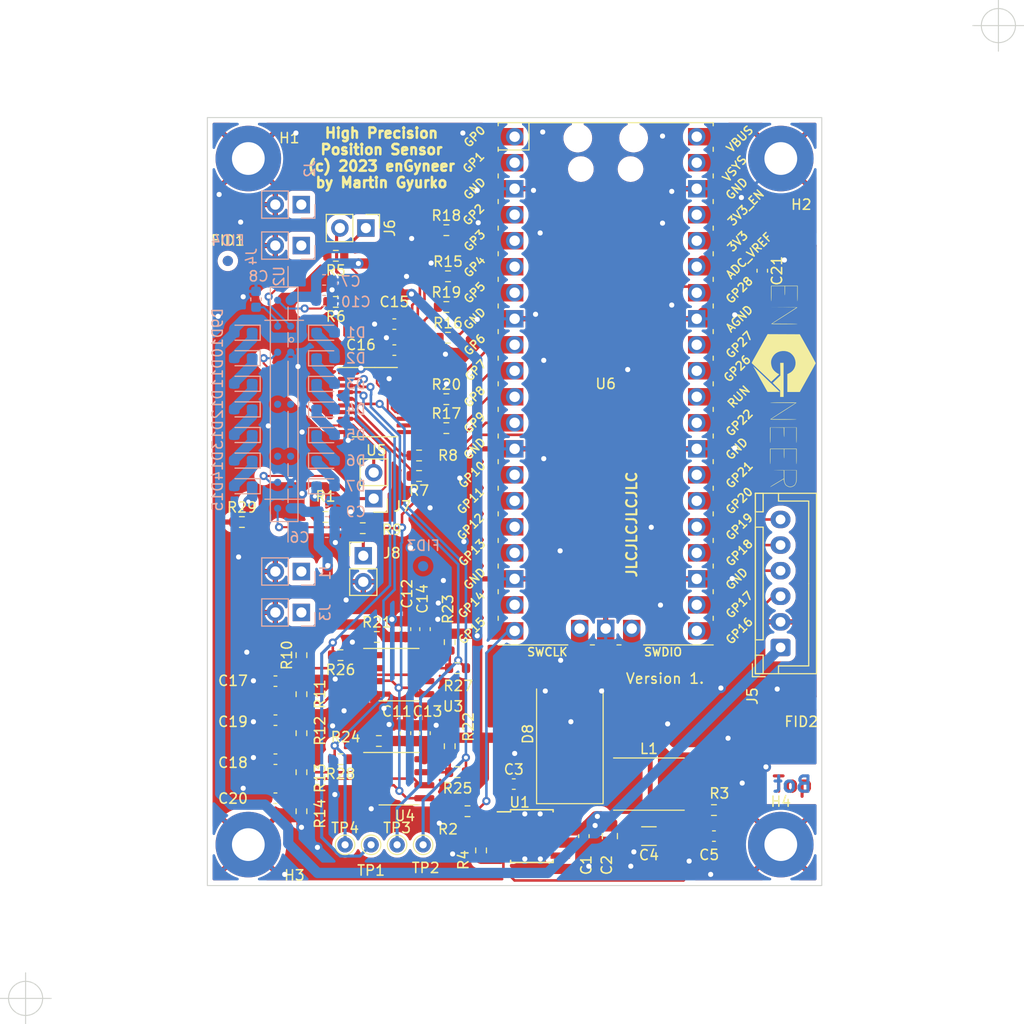
<source format=kicad_pcb>
(kicad_pcb (version 20211014) (generator pcbnew)
  (title_block (title "High Precision Position Sensor") (date "2023-02-25") (rev "1") (company "enGyneer") (comment 2 "www.gyurma.de") (comment 3 "www.enGyneer.de"))
  (layers (0 "F.Cu" signal) (31 "B.Cu" signal) (34 "B.Paste" user) (35 "F.Paste" user) (36 "B.SilkS" user "B.Silkscreen") (37 "F.SilkS" user "F.Silkscreen") (38 "B.Mask" user) (39 "F.Mask" user) (44 "Edge.Cuts" user))
  (net 0 "")
  (net 1 "+24V")
  (net 2 "GND")
  (net 3 "+3.3V")
  (net 4 "Net-(C8-Pad1)")
  (net 5 "/V2")
  (net 6 "/V3")
  (net 7 "/V1")
  (net 8 "Net-(C21-Pad1)")
  (net 9 "Net-(D1-Pad1)")
  (net 10 "Net-(D2-Pad1)")
  (net 11 "Net-(D3-Pad1)")
  (net 12 "Net-(D4-Pad1)")
  (net 13 "Net-(D5-Pad1)")
  (net 14 "Net-(D6-Pad1)")
  (net 15 "Net-(D7-Pad1)")
  (net 16 "PGood")
  (net 17 "/CLk")
  (net 18 "/Clk_2")
  (net 19 "/ST")
  (net 20 "/ST_2")
  (net 21 "Net-(R7-Pad1)")
  (net 22 "Net-(R7-Pad2)")
  (net 23 "Net-(R8-Pad1)")
  (net 24 "Net-(R8-Pad2)")
  (net 25 "/Video")
  (net 26 "/V4")
  (net 27 "Net-(R15-Pad1)")
  (net 28 "Net-(R15-Pad2)")
  (net 29 "Net-(R16-Pad1)")
  (net 30 "Net-(R16-Pad2)")
  (net 31 "Net-(R17-Pad1)")
  (net 32 "Net-(R17-Pad2)")
  (net 33 "Net-(R18-Pad1)")
  (net 34 "Net-(R18-Pad2)")
  (net 35 "Net-(R19-Pad1)")
  (net 36 "Net-(R19-Pad2)")
  (net 37 "Net-(R20-Pad1)")
  (net 38 "Net-(R21-Pad1)")
  (net 39 "Net-(R22-Pad1)")
  (net 40 "Net-(R23-Pad1)")
  (net 41 "Net-(R24-Pad1)")
  (net 42 "/D1")
  (net 43 "/D4")
  (net 44 "/D3")
  (net 45 "/D2")
  (net 48 "/EOS")
  (net 51 "/Trig")
  (net 70 "Net-(D10-Pad2)")
  (net 71 "Net-(D10-Pad1)")
  (net 72 "Net-(D11-Pad1)")
  (net 73 "Net-(D12-Pad1)")
  (net 74 "Net-(D13-Pad1)")
  (net 75 "Net-(D14-Pad1)")
  (net 76 "Net-(D15-Pad1)")
  (net 77 "SCkl")
  (net 78 "SCS")
  (net 79 "Mosi")
  (net 80 "Net-(R20-Pad2)")
  (net 85 "Miso")
  (net 86 "/Boot")
  (net 87 "/Switch")
  (net 88 "/FB")
  (net 89 "/Video1")
  (footprint "MountingHole:MountingHole_3.2mm_M3_Pad" (layer "F.Cu") (at 118.75 57.980864)
    (fp_text reference "H2")
    (fp_text value "MountingHole_Pad")
  )
  (footprint "Resistor_SMD:R_0603_1608Metric" (layer "F.Cu") (at 86.09 72.480864)
    (fp_text reference "R19")
    (fp_text value "82")
  )
  (footprint "Resistor_SMD:R_0603_1608Metric" (layer "F.Cu") (at 87.18 107.750864)
    (fp_text reference "R27")
    (fp_text value "82")
  )
  (footprint "Capacitor_SMD:C_0603_1608Metric" (layer "F.Cu") (at 69.4 120.450864 180)
    (fp_text reference "C20")
    (fp_text value "1u")
  )
  (footprint "Resistor_SMD:R_0603_1608Metric" (layer "F.Cu") (at 88.155 121.720864)
    (fp_text reference "R2")
    (fp_text value "47k")
  )
  (footprint "Resistor_SMD:R_0603_1608Metric" (layer "F.Cu") (at 112.22 121.610864 180)
    (fp_text reference "R3")
    (fp_text value "4.7k")
  )
  (footprint "Resistor_SMD:R_0603_1608Metric" (layer "F.Cu") (at 86.418 115.370864 90)
    (fp_text reference "R22")
    (fp_text value "1k")
  )
  (footprint "Connector_JST:JST_XH_B6B-XH-A_1x06_P2.50mm_Vertical" (layer "F.Cu") (at 118.725 105.730864 90)
    (fp_text reference "J5")
    (fp_text value "Conn_01x06_Male")
  )
  (footprint "TestPoint:TestPoint_THTPad_D1.5mm_Drill0.7mm" (layer "F.Cu") (at 78.74 125)
    (fp_text reference "TP1")
    (fp_text value "TestPoint")
  )
  (footprint "MountingHole:MountingHole_3.2mm_M3_Pad" (layer "F.Cu") (at 118.75 124.980864)
    (fp_text reference "H4")
    (fp_text value "MountingHole_Pad")
  )
  (footprint "Resistor_SMD:R_0603_1608Metric" (layer "F.Cu") (at 89.48 125.545864 -90)
    (fp_text reference "R4")
    (fp_text value "2.7k")
  )
  (footprint "Connector_PinHeader_2.54mm:PinHeader_1x02_P2.54mm_Vertical" (layer "F.Cu") (at 77.978 96.774)
    (fp_text reference "J8")
    (fp_text value "Conn_01x02_Male")
  )
  (footprint "Resistor_SMD:R_0603_1608Metric" (layer "F.Cu") (at 75.75 106.480864 180)
    (fp_text reference "R26")
    (fp_text value "82")
  )
  (footprint "Resistor_SMD:R_0603_1608Metric" (layer "F.Cu") (at 87.18 117.910864)
    (fp_text reference "R25")
    (fp_text value "82")
  )
  (footprint "Resistor_SMD:R_0603_1608Metric" (layer "F.Cu") (at 79.497 114.862864)
    (fp_text reference "R24")
    (fp_text value "1k")
  )
  (footprint "Resistor_SMD:R_0603_1608Metric" (layer "F.Cu") (at 71.94 106.480864 90)
    (fp_text reference "R10")
    (fp_text value "3.6k")
  )
  (footprint "Resistor_SMD:R_0603_1608Metric" (layer "F.Cu") (at 77.925 94.080864)
    (fp_text reference "R9")
    (fp_text value "100")
  )
  (footprint "TestPoint:TestPoint_THTPad_D1.5mm_Drill0.7mm" (layer "F.Cu") (at 76.2 125)
    (fp_text reference "TP4")
    (fp_text value "TestPoint")
  )
  (footprint "Capacitor_SMD:C_0603_1608Metric" (layer "F.Cu") (at 116.9416 68.9356 -90)
    (fp_text reference "C21")
    (fp_text value "100n")
  )
  (footprint "Logos:enGyneer-Logo" (layer "F.Cu") (at 119 80.25 -90)
    (fp_text reference "G1" hide)
    (fp_text value "LOGO" hide)
  )
  (footprint "Capacitor_SMD:C_0603_1608Metric" (layer "F.Cu") (at 69.4 109.020864 180)
    (fp_text reference "C17")
    (fp_text value "1u")
  )
  (footprint "Capacitor_SMD:C_0603_1608Metric" (layer "F.Cu") (at 82.1 103.940864 90)
    (fp_text reference "C12")
    (fp_text value "22u")
  )
  (footprint "Capacitor_SMD:C_0805_2012Metric_Pad1.18x1.45mm_HandSolder" (layer "F.Cu") (at 102.06 124.150864 -90)
    (fp_text reference "C2")
    (fp_text value "10u")
  )
  (footprint "Fiducial:Fiducial_1mm_Mask2mm" (layer "F.Cu") (at 120.75 114.980864)
    (fp_text reference "FID2")
    (fp_text value "Fiducial")
  )
  (footprint "Resistor_SMD:R_0603_1608Metric" (layer "F.Cu") (at 86.09 64.980864)
    (fp_text reference "R18")
    (fp_text value "82")
  )
  (footprint "Package_SO:SOIC-8_3.9x4.9mm_P1.27mm" (layer "F.Cu") (at 81.465 118.545864)
    (fp_text reference "U4")
    (fp_text value "LM393DR2G")
  )
  (footprint "Resistor_SMD:R_0603_1608Metric" (layer "F.Cu") (at 75.295 71.980864 180)
    (fp_text reference "R6")
    (fp_text value "82")
  )
  (footprint "Capacitor_SMD:C_0603_1608Metric" (layer "F.Cu") (at 81.01 76.690864 180)
    (fp_text reference "C16")
    (fp_text value "100n")
  )
  (footprint "Resistor_SMD:R_0603_1608Metric" (layer "F.Cu") (at 86.09 81.480864)
    (fp_text reference "R20")
    (fp_text value "82")
  )
  (footprint "TestPoint:TestPoint_THTPad_D1.5mm_Drill0.7mm" (layer "F.Cu") (at 81.28 125)
    (fp_text reference "TP3")
    (fp_text value "TestPoint")
  )
  (footprint "Resistor_SMD:R_0603_1608Metric" (layer "F.Cu") (at 86.25 69.480864)
    (fp_text reference "R15")
    (fp_text value "82")
  )
  (footprint "MountingHole:MountingHole_3.2mm_M3_Pad" (layer "F.Cu") (at 66.75 57.980864)
    (fp_text reference "H1")
    (fp_text value "MountingHole_Pad")
  )
  (footprint "Capacitor_SMD:C_0603_1608Metric" (layer "F.Cu") (at 69.4 112.830864 180)
    (fp_text reference "C19")
    (fp_text value "1u")
  )
  (footprint "Resistor_SMD:R_0603_1608Metric" (layer "F.Cu") (at 83.425 86.980864 180)
    (fp_text reference "R8")
    (fp_text value "82")
  )
  (footprint "TestPoint:TestPoint_THTPad_D1.5mm_Drill0.7mm" (layer "F.Cu") (at 83.82 125)
    (fp_text reference "TP2")
    (fp_text value "TestPoint")
  )
  (footprint "Resistor_SMD:R_0603_1608Metric" (layer "F.Cu") (at 75.295 67.480864 180)
    (fp_text reference "R5")
    (fp_text value "82")
  )
  (footprint "MountingHole:MountingHole_3.2mm_M3_Pad" (layer "F.Cu") (at 66.75 124.980864)
    (fp_text reference "H3")
    (fp_text value "MountingHole_Pad")
  )
  (footprint "Pico:RPi_Pico_SMD_TH" (layer "F.Cu") (at 101.65 79.980864)
    (fp_text reference "U6")
    (fp_text value "Pico")
  )
  (footprint "Capacitor_SMD:C_0603_1608Metric" (layer "F.Cu") (at 99.52 124.150864 -90)
    (fp_text reference "C1")
    (fp_text value "100n")
  )
  (footprint "Resistor_SMD:R_0603_1608Metric" (layer "F.Cu") (at 86.418 105.210864 90)
    (fp_text reference "R23")
    (fp_text value "1k")
  )
  (footprint "Package_SO:SOIC-8_3.9x4.9mm_P1.27mm" (layer "F.Cu") (at 81.465 108.385864)
    (fp_text reference "U3")
    (fp_text value "LM393DR2G")
  )
  (footprint "Package_SO:TI_SO-PowerPAD-8" (layer "F.Cu") (at 94.44 124.150864)
    (fp_text reference "U1")
    (fp_text value "ST1S14PHR")
  )
  (footprint "Resistor_SMD:R_0603_1608Metric" (layer "F.Cu") (at 79.306 104.702864)
    (fp_text reference "R21")
    (fp_text value "1k")
  )
  (footprint "Capacitor_SMD:C_0603_1608Metric" (layer "F.Cu") (at 92.675 119.070864)
    (fp_text reference "C3")
    (fp_text value "100n")
  )
  (footprint "Capacitor_SMD:C_0603_1608Metric" (layer "F.Cu") (at 112.22 124.150864)
    (fp_text reference "C5")
    (fp_text value "150p")
  )
  (footprint "Capacitor_SMD:C_1206_3216Metric_Pad1.33x1.80mm_HandSolder" (layer "F.Cu") (at 105.87 124.150864 180)
    (fp_text reference "C4")
    (fp_text value "100u")
  )
  (footprint "Resistor_SMD:R_0603_1608Metric" (layer "F.Cu") (at 71.94 114.100864 90)
    (fp_text reference "R12")
    (fp_text value "1k")
  )
  (footprint "Capacitor_SMD:C_0603_1608Metric" (layer "F.Cu") (at 84.005 114.100864 90)
    (fp_text reference "C13")
    (fp_text value "100n")
  )
  (footprint "Resistor_SMD:R_0603_1608Metric" (layer "F.Cu") (at 83.425 88.980864 180)
    (fp_text reference "R7")
    (fp_text value "82")
  )
  (footprint "Inductor_SMD:L_Taiyo-Yuden_NR-50xx_HandSoldering" (layer "F.Cu") (at 105.87 119.070864)
    (fp_text reference "L1")
    (fp_text value "10u")
  )
  (footprint "Resistor_SMD:R_0603_1608Metric" (layer "F.Cu") (at 86.09 84.310864)
    (fp_text reference "R17")
    (fp_text value "82")
  )
  (footprint "Resistor_SMD:R_0603_1608Metric" (layer "F.Cu") (at 86.25 75.480864)
    (fp_text reference "R16")
    (fp_text value "82")
  )
  (footprint "Capacitor_SMD:C_0603_1608Metric" (layer "F.Cu") (at 81.01 74.150864 180)
    (fp_text reference "C15")
    (fp_text value "22u")
  )
  (footprint "Capacitor_SMD:C_0603_1608Metric" (layer "F.Cu") (at 69.4 116.640864 180)
    (fp_text reference "C18")
    (fp_text value "1u")
  )
  (footprint "Resistor_SMD:R_0603_1608Metric" (layer "F.Cu") (at 75.75 116.640864 180)
    (fp_text reference "R28")
    (fp_text value "82")
  )
  (footprint "Package_SO:TSSOP-20_4.4x6.5mm_P0.65mm" (layer "F.Cu") (at 79.105 81.770864)
    (fp_text reference "U5")
    (fp_text value "74LVC541A")
  )
  (footprint "Connector_PinHeader_2.54mm:PinHeader_1x02_P2.54mm_Vertical" (layer "F.Cu") (at 78.232 64.77 -90)
    (fp_text reference "J6")
    (fp_text value "Conn_01x02_Male")
  )
  (footprint "Capacitor_SMD:C_0603_1608Metric" (layer "F.Cu") (at 82.1 114.100864 90)
    (fp_text reference "C11")
    (fp_text value "22u")
  )
  (footprint "Resistor_SMD:R_0603_1608Metric" (layer "F.Cu") (at 66.125 93.480864)
    (fp_text reference "R29")
    (fp_text value "82")
  )
  (footprint "Diode_SMD:D_SMC_Handsoldering" (layer "F.Cu") (at 98.15 114.180864 90)
    (fp_text reference "D8")
    (fp_text value "SS36")
  )
  (footprint "Connector_PinHeader_2.54mm:PinHeader_1x02_P2.54mm_Vertical" (layer "F.Cu") (at 78.994 91.191 180)
    (fp_text reference "J7")
    (fp_text value "Conn_01x02_Male")
  )
  (footprint "Resistor_SMD:R_0603_1608Metric" (layer "F.Cu") (at 74.293 92.980864 180)
    (fp_text reference "R1")
    (fp_text value "82")
  )
  (footprint "Resistor_SMD:R_0603_1608Metric" (layer "F.Cu") (at 71.94 121.720864 90)
    (fp_text reference "R14")
    (fp_text value "4.3k")
  )
  (footprint "Capacitor_SMD:C_0603_1608Metric" (layer "F.Cu") (at 84.005 103.940864 90)
    (fp_text reference "C14")
    (fp_text value "100n")
  )
  (footprint "Fiducial:Fiducial_1mm_Mask2mm" (layer "F.Cu") (at 64.75 67.980864)
    (fp_text reference "FID1")
    (fp_text value "Fiducial")
  )
  (footprint "Resistor_SMD:R_0603_1608Metric" (layer "F.Cu") (at 71.94 110.290864 90)
    (fp_text reference "R11")
    (fp_text value "1k")
  )
  (footprint "Resistor_SMD:R_0603_1608Metric" (layer "F.Cu") (at 71.94 117.910864 90)
    (fp_text reference "R13")
    (fp_text value "1k")
  )
  (footprint "LED_SMD:LED_0603_1608Metric_Pad1.05x0.95mm_HandSolder" (layer "B.Cu") (at 74.293 77.492864)
    (fp_text reference "D2")
    (fp_text value "LED")
  )
  (footprint "Fiducial:Fiducial_1mm_Mask2mm" (layer "B.Cu") (at 64.75 67.980864 180)
    (fp_text reference "FID4")
    (fp_text value "Fiducial")
  )
  (footprint "LED_SMD:LED_0603_1608Metric_Pad1.05x0.95mm_HandSolder" (layer "B.Cu") (at 74.293 82.492864)
    (fp_text reference "D4")
    (fp_text value "LED")
  )
  (footprint "LED_SMD:LED_0603_1608Metric_Pad1.05x0.95mm_HandSolder" (layer "B.Cu") (at 66.25 89.980864 180)
    (fp_text reference "D15")
    (fp_text value "LED")
  )
  (footprint "Connector_PinHeader_2.54mm:PinHeader_1x02_P2.54mm_Vertical" (layer "B.Cu") (at 71.925 66.480864 90)
    (fp_text reference "J4")
    (fp_text value "Conn_01x02_Male")
  )
  (footprint "Capacitor_SMD:C_0603_1608Metric" (layer "B.Cu") (at 74.406 94.470864)
    (fp_text reference "C6")
    (fp_text value "22u")
  )
  (footprint "Connector_PinHeader_2.54mm:PinHeader_1x02_P2.54mm_Vertical" (layer "B.Cu") (at 71.93 102.310864 90)
    (fp_text reference "J3")
    (fp_text value "Conn_01x02_Male")
  )
  (footprint "LED_SMD:LED_0603_1608Metric_Pad1.05x0.95mm_HandSolder" (layer "B.Cu") (at 74.293 87.492864)
    (fp_text reference "D6")
    (fp_text value "LED")
  )
  (footprint "Capacitor_SMD:C_0603_1608Metric" (layer "B.Cu") (at 67.5 71.730864 90)
    (fp_text reference "C8")
    (fp_text value "1u")
  )
  (footprint "Fiducial:Fiducial_1mm_Mask2mm" (layer "B.Cu") (at 83.82 97.79 180)
    (fp_text reference "FID3")
    (fp_text value "Fiducial")
  )
  (footprint "LED_SMD:LED_0603_1608Metric_Pad1.05x0.95mm_HandSolder" (layer "B.Cu") (at 66.25 79.980864 180)
    (fp_text reference "D11")
    (fp_text value "LED")
  )
  (footprint "LED_SMD:LED_0603_1608Metric_Pad1.05x0.95mm_HandSolder" (layer "B.Cu") (at 74.293 89.992864)
    (fp_text reference "D7")
    (fp_text value "LED")
  )
  (footprint "LED_SMD:LED_0603_1608Metric_Pad1.05x0.95mm_HandSolder" (layer "B.Cu") (at 66.25 87.480864 180)
    (fp_text reference "D14")
    (fp_text value "LED")
  )
  (footprint "LED_SMD:LED_0603_1608Metric_Pad1.05x0.95mm_HandSolder" (layer "B.Cu") (at 66.25 82.480864 180)
    (fp_text reference "D12")
    (fp_text value "LED")
  )
  (footprint "Capacitor_SMD:C_0603_1608Metric" (layer "B.Cu") (at 74.152 71.864864)
    (fp_text reference "C10")
    (fp_text value "100n")
  )
  (footprint "Capacitor_SMD:C_0603_1608Metric" (layer "B.Cu") (at 74.152 69.832864)
    (fp_text reference "C7")
    (fp_text value "22u")
  )
  (footprint "Capacitor_SMD:C_0603_1608Metric" (layer "B.Cu") (at 74.406 92.438864)
    (fp_text reference "C9")
    (fp_text value "100n")
  )
  (footprint "SensorLibrary:s12443" (layer "B.Cu") (at 70.25 81.980864 -90)
    (fp_text reference "U2")
    (fp_text value "S12443")
  )
  (footprint "LED_SMD:LED_0603_1608Metric_Pad1.05x0.95mm_HandSolder" (layer "B.Cu") (at 66.25 84.980864 180)
    (fp_text reference "D13")
    (fp_text value "LED")
  )
  (footprint "Connector_PinHeader_2.54mm:PinHeader_1x02_P2.54mm_Vertical" (layer "B.Cu") (at 71.93 98.310864 90)
    (fp_text reference "J1")
    (fp_text value "Conn_01x02_Male")
  )
  (footprint "LED_SMD:LED_0603_1608Metric_Pad1.05x0.95mm_HandSolder" (layer "B.Cu") (at 66.25 74.992864 180)
    (fp_text reference "D9")
    (fp_text value "LED")
  )
  (footprint "LED_SMD:LED_0603_1608Metric_Pad1.05x0.95mm_HandSolder" (layer "B.Cu") (at 74.293 74.992864)
    (fp_text reference "D1")
    (fp_text value "LED")
  )
  (footprint "Connector_PinHeader_2.54mm:PinHeader_1x02_P2.54mm_Vertical" (layer "B.Cu") (at 71.925 62.480864 90)
    (fp_text reference "J2")
    (fp_text value "Conn_01x02_Male")
  )
  (footprint "LED_SMD:LED_0603_1608Metric_Pad1.05x0.95mm_HandSolder" (layer "B.Cu") (at 74.293 79.992864)
    (fp_text reference "D3")
    (fp_text value "LED")
  )
  (footprint "LED_SMD:LED_0603_1608Metric_Pad1.05x0.95mm_HandSolder" (layer "B.Cu") (at 66.25 77.480864 180)
    (fp_text reference "D10")
    (fp_text value "LED")
  )
  (footprint "LED_SMD:LED_0603_1608Metric_Pad1.05x0.95mm_HandSolder" (layer "B.Cu") (at 74.293 84.992864)
    (fp_text reference "D5")
    (fp_text value "LED")
  )
  (gr_rect (start 62.75 53.980864) (end 122.75 128.980864) (layer "Edge.Cuts") (width 0.1) (fill none))
  (gr_text "Top" (at 119.9 119.090864) (layer "F.Cu") (effects (font (size 1.5 1.5) (thickness 0.3))))
  (gr_text "Bot" (at 119.9 119.090864) (layer "B.Cu") (effects (font (size 1.5 1.5) (thickness 0.3)) (justify mirror)))
  (gr_text "JLCJLCJLCJLC" (at 104.1908 93.726 90) (layer "F.SilkS") (effects (font (size 1 1) (thickness 0.2))))
  (gr_text "Version 1." (at 107.442 108.7628) (layer "F.SilkS") (effects (font (size 1 1))))
  (gr_text "High Precision\nPosition Sensor\n(c) 2023 enGyneer\nby Martin Gyurko\n" (at 79.756 57.912) (layer "F.SilkS") (effects (font (size 1 1) (thickness 0.25))))
  (target plus (at 45 140) (size 5) (width 0.1) (layer "Edge.Cuts"))
  (target plus (at 140 45) (size 5) (width 0.1) (layer "Edge.Cuts"))
  (segment (start 97.29 123.585864) (end 97.22 123.515864) (width 1) (layer "F.Cu") (net 1))
  (segment (start 96.605 123.515864) (end 97.22 123.515864) (width 0.2) (layer "F.Cu") (net 1))
  (segment (start 100.838 122.2248) (end 100.671064 122.2248) (width 1) (layer "F.Cu") (net 1))
  (segment (start 100.671064 122.2248) (end 99.52 123.375864) (width 1) (layer "F.Cu") (net 1))
  (segment (start 99.7825 123.113364) (end 99.52 123.375864) (width 1) (layer "F.Cu") (net 1))
  (segment (start 101.171436 122.2248) (end 102.06 123.113364) (width 1) (layer "F.Cu") (net 1))
  (segment (start 99.52 123.375864) (end 99.31 123.585864) (width 1) (layer "F.Cu") (net 1))
  (segment (start 99.31 123.585864) (end 97.29 123.585864) (width 1) (layer "F.Cu") (net 1))
  (segment (start 102.06 123.113364) (end 100.6175 123.113364) (width 1) (layer "F.Cu") (net 1))
  (segment (start 95.945 125.430864) (end 95.945 124.175864) (width 0.2) (layer "F.Cu") (net 1))
  (segment (start 97.22 126.055864) (end 96.57 126.055864) (width 0.2) (layer "F.Cu") (net 1))
  (segment (start 100.838 122.2248) (end 101.171436 122.2248) (width 1) (layer "F.Cu") (net 1))
  (segment (start 100.6175 123.113364) (end 99.7825 123.113364) (width 1) (layer "F.Cu") (net 1))
  (segment (start 95.945 124.175864) (end 96.605 123.515864) (width 0.2) (layer "F.Cu") (net 1))
  (segment (start 96.57 126.055864) (end 95.945 125.430864) (width 0.2) (layer "F.Cu") (net 1))
  (via (at 100.6175 123.113364) (size 1) (drill 0.5) (layers "F.Cu" "B.Cu") (net 1))
  (via (at 100.838 122.2248) (size 1) (drill 0.5) (layers "F.Cu" "B.Cu") (net 1))
  (segment (start 100.838 122.2248) (end 102.231064 122.2248) (width 1) (layer "B.Cu") (net 1))
  (segment (start 71.75 75.480864) (end 69 75.480864) (width 1) (layer "B.Cu") (net 1))
  (segment (start 95.980864 127.75) (end 99.851232 123.879632) (width 1) (layer "B.Cu") (net 1))
  (segment (start 71.9345 74.546364) (end 71.9345 75.165364) (width 1) (layer "B.Cu") (net 1))
  (segment (start 101.3425 123.113364) (end 100.6175 123.113364) (width 1) (layer "B.Cu") (net 1))
  (segment (start 72.25 73.730864) (end 71.935 74.045864) (width 1) (layer "B.Cu") (net 1))
  (segment (start 70.65 124.880864) (end 73.519136 127.75) (width 1) (layer "B.Cu") (net 1))
  (segment (start 73.519136 127.75) (end 95.980864 127.75) (width 1) (layer "B.Cu") (net 1))
  (segment (start 100.6175 123.113364) (end 100.6175 122.4453) (width 1) (layer "B.Cu") (net 1))
  (segment (start 102.245732 122.210132) (end 101.3425 123.113364) (width 1) (layer "B.Cu") (net 1))
  (segment (start 100.283032 122.779768) (end 100.283032 123.447832) (width 1) (layer "B.Cu") (net 1))
  (segment (start 101.3425 123.113364) (end 101.3425 123.1935) (width 1) (layer "B.Cu") (net 1))
  (segment (start 75.168 74.992864) (end 75.168 74.892039) (width 1) (layer "B.Cu") (net 1))
  (segment (start 65.1 121.080864) (end 68.365433 121.080864) (width 1) (layer "B.Cu") (net 1))
  (segment (start 75.168 74.892039) (end 74.006825 73.730864) (width 1) (layer "B.Cu") (net 1))
  (segment (start 100.283032 123.447832) (end 100.6175 123.113364) (width 1) (layer "B.Cu") (net 1))
  (segment (start 64 119.980864) (end 65.1 121.080864) (width 1) (layer "B.Cu") (net 1))
  (segment (start 68.5 74.980864) (end 68.5 74.230864) (width 1) (layer "B.Cu") (net 1))
  (segment (start 102.231064 122.2248) (end 102.245732 122.210132) (width 1) (layer "B.Cu") (net 1))
  (segment (start 100.838 122.2248) (end 100.283032 122.779768) (width 1) (layer "B.Cu") (net 1))
  (segment (start 71.9345 75.165364) (end 72 75.230864) (width 1) (layer "B.Cu") (net 1))
  (segment (start 65.375 74.992864) (end 64 76.367864) (width 1) (layer "B.Cu") (net 1))
  (segment (start 72 75.230864) (end 71.75 75.480864) (width 1) (layer "B.Cu") (net 1))
  (segment (start 100.6175 122.4453) (end 100.838 122.2248) (width 1) (layer "B.Cu") (net 1))
  (segment (start 71.935 74.045864) (end 71.935 74.545864) (width 1) (layer "B.Cu") (net 1))
  (segment (start 70.65 123.365431) (end 70.65 124.880864) (width 1) (layer "B.Cu") (net 1))
  (segment (start 66.25 73.730864) (end 65.375 74.605864) (width 1) (layer "B.Cu") (net 1))
  (segment (start 74.006825 73.730864) (end 72.25 73.730864) (width 1) (layer "B.Cu") (net 1))
  (segment (start 69 75.480864) (end 68.5 74.980864) (width 1) (layer "B.Cu") (net 1))
  (segment (start 71.935 74.545864) (end 71.9345 74.546364) (width 1) (layer "B.Cu") (net 1))
  (segment (start 118.725 105.730864) (end 102.245732 122.210132) (width 1) (layer "B.Cu") (net 1))
  (segment (start 68.365433 121.080864) (end 70.65 123.365431) (width 1) (layer "B.Cu") (net 1))
  (segment (start 64 76.367864) (end 64 119.980864) (width 1) (layer "B.Cu") (net 1))
  (segment (start 100.656368 123.879632) (end 99.851232 123.879632) (width 1) (layer "B.Cu") (net 1))
  (segment (start 99.851232 123.879632) (end 100.283032 123.447832) (width 1) (layer "B.Cu") (net 1))
  (segment (start 68 73.730864) (end 66.25 73.730864) (width 1) (layer "B.Cu") (net 1))
  (segment (start 65.375 74.605864) (end 65.375 74.992864) (width 1) (layer "B.Cu") (net 1))
  (segment (start 101.3425 123.1935) (end 100.656368 123.879632) (width 1) (layer "B.Cu") (net 1))
  (segment (start 68.5 74.230864) (end 68 73.730864) (width 1) (layer "B.Cu") (net 1))
  (segment (start 95.25 123.168364) (end 95.0425 123.375864) (width 1) (layer "F.Cu") (net 2))
  (segment (start 80.235 75.480864) (end 80.235 74.150864) (width 1) (layer "F.Cu") (net 2))
  (segment (start 114.332536 73.030864) (end 111.14 73.030864) (width 1) (layer "F.Cu") (net 2))
  (segment (start 94.9025 124.785864) (end 95.0425 124.925864) (width 1) (layer "F.Cu") (net 2))
  (segment (start 82.1 113.325864) (end 82.024136 113.25) (width 1) (layer "F.Cu") (net 2))
  (segment (start 78.99 121.240864) (end 78.75 121.480864) (width 1) (layer "F.Cu") (net 2))
  (segment (start 91.66 124.785864) (end 89.545 124.785864) (width 1) (layer "F.Cu") (net 2))
  (segment (start 98.25 110.180864) (end 101.05 110.180864) (width 1) (layer "F.Cu") (net 2))
  (segment (start 89.545 124.785864) (end 89.48 124.720864) (width 1) (layer "F.Cu") (net 2))
  (segment (start 79.08 74.150864) (end 80.235 74.150864) (width 1) (layer "F.Cu") (net 2))
  (segment (start 66.250352 119.48051) (end 67.220706 120.450864) (width 1) (layer "F.Cu") (net 2))
  (segment (start 84.005 103.165864) (end 85.065 103.165864) (width 1) (layer "F.Cu") (net 2))
  (segment (start 77.352774 78.845864) (end 77.743232 78.455406) (width 0.5) (layer "F.Cu") (net 2))
  (segment (start 91.66 124.785864) (end 94.9025 124.785864) (width 1) (layer "F.Cu") (net 2))
  (segment (start 99.38 124.785864) (end 99.52 124.925864) (width 1) (layer "F.Cu") (net 2))
  (segment (start 76.25 92.980864) (end 76.75 92.480864) (width 1) (layer "F.Cu") (net 2))
  (segment (start 84.005 103.165864) (end 82.1 103.165864) (width 1) (layer "F.Cu") (net 2))
  (segment (start 76.2425 84.695864) (end 76.5 84.953364) (width 0.5) (layer "F.Cu") (net 2))
  (segment (start 95.95 110.180864) (end 95.75 109.980864) (width 1) (layer "F.Cu") (net 2))
  (segment (start 93.8375 123.375864) (end 93.8375 122.068364) (width 1) (layer "F.Cu") (net 2))
  (segment (start 93.8375 124.925864) (end 93.8375 126.293864) (width 1) (layer "F.Cu") (net 2))
  (segment (start 103.27 125.188364) (end 104.3075 124.150864) (width 1) (layer "F.Cu") (net 2))
  (segment (start 95.25 121.980864) (end 95.25 123.168364) (width 1) (layer "F.Cu") (net 2))
  (segment (start 116.9416 69.7106) (end 116.9416 70.4218) (width 1) (layer "F.Cu") (net 2))
  (segment (start 97.25 108.880864) (end 98.15 109.780864) (width 1) (layer "F.Cu") (net 2))
  (segment (start 101.05 110.180864) (end 101.25 109.980864) (width 1) (layer "F.Cu") (net 2))
  (segment (start 76.5 84.953364) (end 76.5 85.5) (width 0.5) (layer "F.Cu") (net 2))
  (segment (start 81.9675 79.495864) (end 80.515 79.495864) (width 0.5) (layer "F.Cu") (net 2))
  (segment (start 82.1 113.325864) (end 84.005 113.325864) (width 1) (layer "F.Cu") (net 2))
  (segment (start 116.9416 70.4218) (end 114.332536 73.030864) (width 1) (layer "F.Cu") (net 2))
  (segment (start 102.06 125.188364) (end 103.27 125.188364) (width 1) (layer "F.Cu") (net 2))
  (segment (start 67.4 112.830864) (end 67.25 112.980864) (width 1) (layer "F.Cu") (net 2))
  (segment (start 80.235 76.690864) (end 80.235 75.480864) (width 1) (layer "F.Cu") (net 2))
  (segment (start 78.99 120.450864) (end 78.99 121.240864) (width 1) (layer "F.Cu") (net 2))
  (segment (start 93.8375 126.293864) (end 93.75 126.381364) (width 1) (layer "F.Cu") (net 2))
  (segment (start 67.29 109.020864) (end 67.25 108.980864) (width 1) (layer "F.Cu") (net 2))
  (segment (start 68.625 116.640864) (end 67.41 116.640864) (width 1) (layer "F.Cu") (net 2))
  (segment (start 67.220706 120.450864) (end 68.625 120.450864) (width 1) (layer "F.Cu") (net 2))
  (segment (start 85.065 103.165864) (end 85.25 102.980864) (width 1) (layer "F.Cu") (net 2))
  (segment (start 95.0425 124.925864) (end 95.0425 126.156685) (width 1) (layer "F.Cu") (net 2))
  (segment (start 68.625 109.020864) (end 67.29 109.020864) (width 1) (layer "F.Cu") (net 2))
  (segment (start 95.0425 126.156685) (end 95.267179 126.381364) (width 1) (layer "F.Cu") (net 2))
  (segment (start 76.2425 78.845864) (end 77.352774 78.845864) (width 0.5) (layer "F.Cu") (net 2))
  (segment (start 84.005 113.325864) (end 85.094999 113.325863) (width 1) (layer "F.Cu") (net 2))
  (segment (start 93.8375 122.068364) (end 93.75 121.980864) (width 1) (layer "F.Cu") (net 2))
  (segment (start 97.22 124.785864) (end 99.38 124.785864) (width 1) (layer "F.Cu") (net 2))
  (segment (start 111.14 73.030864) (end 110.54 73.630864) (width 1) (layer "F.Cu") (net 2))
  (segment (start 98.25 110.180864) (end 98.25 112.980864) (width 1) (layer "F.Cu") (net 2))
  (segment (start 98.25 110.180864) (end 95.95 110.180864) (width 1) (layer "F.Cu") (net 2))
  (segment (start 68.625 112.830864) (end 67.4 112.830864) (width 1) (layer "F.Cu") (net 2))
  (segment (start 80.515 79.495864) (end 80.5 79.480864) (width 0.5) (layer "F.Cu") (net 2))
  (segment (start 78.99 110.666589) (end 79.994716 111.671305) (width 1) (layer "F.Cu") (net 2))
  (segment (start 78.99 110.290864) (end 78.99 110.666589) (width 1) (layer "F.Cu") (net 2))
  (segment (start 101.7975 124.925864) (end 102.06 125.188364) (width 1) (layer "F.Cu") (net 2))
  (segment (start 75.118 92.980864) (end 76.25 92.980864) (width 1) (layer "F.Cu") (net 2))
  (segment (start 97.25 106.980864) (end 97.25 108.880864) (width 1) (layer "F.Cu") (net 2))
  (segment (start 71.94 122.545864) (end 71.940001 123.290863) (width 1) (layer "F.Cu") (net 2))
  (segment (start 82.024136 113.25) (end 80.5 113.25) (width 1) (layer "F.Cu") (net 2))
  (segment (start 82.1 103.165864) (end 80.961001 103.165864) (width 1) (layer "F.Cu") (net 2))
  (segment (start 67.41 116.640864) (end 67.25 116.480864) (width 1) (layer "F.Cu") (net 2))
  (segment (start 80.961001 103.165864) (end 80.776001 102.980864) (width 1) (layer "F.Cu") (net 2))
  (segment (start 99.52 124.925864) (end 101.7975 124.925864) (width 1) (layer "F.Cu") (net 2))
  (via (at 85.094999 113.325863) (size 1) (drill 0.5) (layers "F.Cu" "B.Cu") (net 2))
  (via (at 104.4 125.690864) (size 1) (drill 0.5) (layers "F.Cu" "B.Cu") (net 2))
  (via (at 85.3 101.390864) (size 1) (drill 0.5) (layers "F.Cu" "B.Cu") (net 2))
  (via (at 92.7608 116.078) (size 1) (drill 0.5) (layers "F.Cu" "B.Cu") (net 2))
  (via (at 76.3 101.090864) (size 1) (drill 0.5) (layers "F.Cu" "B.Cu") (net 2))
  (via (at 70.3 127.890864) (size 1) (drill 0.5) (layers "F.Cu" "B.Cu") (net 2))
  (via (at 80.5 113.25) (size 1) (drill 0.5) (layers "F.Cu" "B.Cu") (net 2))
  (via (at 111.9 127.890864) (size 1) (drill 0.5) (layers "F.Cu" "B.Cu") (net 2))
  (via (at 85.4 122.890864) (size 1) (drill 0.5) (layers "F.Cu" "B.Cu") (net 2))
  (via (at 84.5 92.090864) (size 1) (drill 0.5) (layers "F.Cu" "B.Cu") (net 2))
  (via (at 86.1 79.990864) (size 1) (drill 0.5) (layers "F.Cu" "B.Cu") (net 2))
  (via (at 63.9 61.490864) (size 1) (drill 0.5) (layers "F.Cu" "B.Cu") (net 2))
  (via (at 71.6 78.290864) (size 1) (drill 0.5) (layers "F.Cu" "B.Cu") (net 2))
  (via (at 87.7 55.490864) (size 1) (drill 0.5) (layers "F.Cu" "B.Cu") (net 2))
  (via (at 82.2 69.490864) (size 1) (drill 0.5) (layers "F.Cu" "B.Cu") (net 2))
  (via (at 87.8 95.390864) (size 1) (drill 0.5) (layers "F.Cu" "B.Cu") (net 2))
  (via (at 108.1 61.190864) (size 1) (drill 0.5) (layers "F.Cu" "B.Cu") (net 2))
  (via (at 95.25 121.980864) (size 1) (drill 0.5) (layers "F.Cu" "B.Cu") (net 2))
  (via (at 113.6 114.590864) (size 1) (drill 0.5) (layers "F.Cu" "B.Cu") (net 2))
  (via (at 65.8 96.890864) (size 1) (drill 0.5) (layers "F.Cu" "B.Cu") (net 2))
  (via (at 94.6 61.090864) (size 1) (drill 0.5) (layers "F.Cu" "B.Cu") (net 2))
  (via (at 107.2 64.290864) (size 1) (drill 0.5) (layers "F.Cu" "B.Cu") (net 2))
  (via (at 79.994716 111.671305) (size 1) (drill 0.5) (layers "F.Cu" "B.Cu") (net 2))
  (via (at 87.4 89.190864) (size 1) (drill 0.5) (layers "F.Cu" "B.Cu") (net 2))
  (via (at 74.9808 113.3856) (size 1) (drill 0.5) (layers "F.Cu" "B.Cu") (net 2))
  (via (at 95.5 55.390864) (size 1) (drill 0.5) (layers "F.Cu" "B.Cu") (net 2))
  (via (at 66 64.190864) (size 1) (drill 0.5) (layers "F.Cu" "B.Cu") (net 2))
  (via (at 93.75 126.381364) (size 1) (drill 0.5) (layers "F.Cu" "B.Cu") (net 2))
  (via (at 118.4 109.790864) (size 1) (drill 0.5) (layers "F.Cu" "B.Cu") (net 2))
  (via (at 95.6 77.690864) (size 1) (drill 0.5) (layers "F.Cu" "B.Cu") (net 2))
  (via (at 95.75 109.980864) (size 1) (drill 0.5) (layers "F.Cu" "B.Cu") (net 2))
  (via (at 74.927 70.803864) (size 1) (drill 0.5) (layers "F.Cu" "B.Cu") (net 2))
  (via (at 82.945003 90.390864) (size 1) (drill 0.5) (layers "F.Cu" "B.Cu") (net 2))
  (via (at 107 101.590864) (size 1) (drill 0.5) (layers "F.Cu" "B.Cu") (net 2))
  (via (at 103.8 78.590864) (size 1) (drill 0.5) (layers "F.Cu" "B.Cu") (net 2))
  (via (at 95.25 65.25) (size 1) (drill 0.5) (layers "F.Cu" "B.Cu") (net 2))
  (via (at 95.6 87.290864) (size 1) (drill 0.5) (layers "F.Cu" "B.Cu") (net 2))
  (via (at 79.08 74.150864) (size 1) (drill 0.5) (layers "F.Cu" "B.Cu") (net 2))
  (via (at 75.2 120.090864) (size 1) (drill 0.5) (layers "F.Cu" "B.Cu") (net 2))
  (via (at 89.1 61.090864) (size 1) (drill 0.5) (layers "F.Cu" "B.Cu") (net 2))
  (via (at 89.1 73.690864) (size 1) (drill 0.5) (layers "F.Cu" "B.Cu") (net 2))
  (via (at 89.2 64.25) (size 1) (drill 0.5) (layers "F.Cu" "B.Cu") (net 2))
  (via (at 84.6 68.190864) (size 1) (drill 0.5) (layers "F.Cu" "B.Cu") (net 2))
  (via (at 93.75 121.980864) (size 1) (drill 0.5) (layers "F.Cu" "B.Cu") (net 2))
  (via (at 67.25 112.980864) (size 1) (drill 0.5) (layers "F.Cu" "B.Cu") (net 2))
  (via (at 106.1 93.990864) (size 1) (drill 0.5) (layers "F.Cu" "B.Cu") (net 2))
  (via (at 82.6 95.990864) (size 1) (drill 0.5) (layers "F.Cu" "B.Cu") (net 2))
  (via (at 68.7 84.090864) (size 1) (drill 0.5) (layers "F.Cu" "B.Cu") (net 2))
  (via (at 66.6 106.190864) (size 1) (drill 0.5) (layers "F.Cu" "B.Cu") (net 2))
  (via (at 82.7 65.790864) (size 1) (drill 0.5) (layers "F.Cu" "B.Cu") (net 2))
  (via (at 119.1 67.890864) (size 1) (drill 0.5) (layers "F.Cu" "B.Cu") (net 2))
  (via (at 80.776001 102.980864) (size 1) (drill 0.5) (layers "F.Cu" "B.Cu") (net 2))
  (via (at 114.981543 118.972407) (size 1) (drill 0.5) (layers "F.Cu" "B.Cu") (net 2))
  (via (at 76.75 92.480864) (size 1) (drill 0.5) (layers "F.Cu" "B.Cu") (net 2))
  (via (at 76.9112 105.2068) (size 1) (drill 0.5) (layers "F.Cu" "B.Cu") (net 2))
  (via (at 71.940001 123.290863) (size 1) (drill 0.5) (layers "F.Cu" "B.Cu") (net 2))
  (via (at 67.25 108.980864) (size 1) (drill 0.5) (layers "F.Cu" "B.Cu") (net 2))
  (via (at 76.5 85.5) (size 1) (drill 0.5) (layers "F.Cu" "B.Cu") (net 2))
  (via (at 109.8 126.590864) (size 1) (drill 0.5) (layers "F.Cu" "B.Cu") (net 2))
  (via (at 77.743232 78.455406) (size 1) (drill 0.5) (layers "F.Cu" "B.Cu") (net 2))
  (via (at 71.4 55.490864) (size 1) (drill 0.5) (layers "F.Cu" "B.Cu") (net 2))
  (via (at 95.267179 126.381364) (size 1) (drill 0.5) (layers "F.Cu" "B.Cu") (net 2))
  (via (at 80.5 79.480864) (size 1) (drill 0.5) (layers "F.Cu" "B.Cu") (net 2))
  (via (at 66.25 71.480864) (size 1) (drill 0.5) (layers "F.Cu" "B.Cu") (net 2))
  (via (at 107.7 113.190864) (size 1) (drill 0.5) (layers "F.Cu" "B.Cu") (net 2))
  (via (at 75.2348 108.8136) (size 1) (drill 0.5) (layers "F.Cu" "B.Cu") (net 2))
  (via (at 76.0984 111.9124) (size 1) (drill 0.5) (layers "F.Cu" "B.Cu") (net 2))
  (via (at 85.8 99.190864) (size 1) (drill 0.5) (layers "F.Cu" "B.Cu") (net 2))
  (via (at 66.250352 119.48051) (size 1) (drill 0.5) (layers "F.Cu" "B.Cu") (net 2))
  (via (at 97.25 106.980864) (size 1) (drill 0.5) (layers "F.Cu" "B.Cu") (net 2))
  (via (at 114.25 73.25) (size 1) (drill 0.5) (layers "F.Cu" "B.Cu") (net 2))
  (via (at 94.8 73.190864) (size 1) (drill 0.5) (layers "F.Cu" "B.Cu") (net 2))
  (via (at 98.25 112.980864) (size 1) (drill 0.5) (layers "F.Cu" "B.Cu") (net 2))
  (via (at 72 84.690864) (size 1) (drill 0.5) (layers "F.Cu" "B.Cu") (net 2))
  (via (at 97.2 96.290864) (size 1) (drill 0.5) (layers "F.Cu" "B.Cu") (net 2))
  (via (at 78.75 121.480864) (size 1) (drill 0.5) (layers "F.Cu" "B.Cu") (net 2))
  (via (at 67.25 116.480864) (size 1) (drill 0.5) (layers "F.Cu" "B.Cu") (net 2))
  (via (at 100 127.090864) (size 1) (drill 0.5) (layers "F.Cu" "B.Cu") (net 2))
  (via (at 114.9 61.790864) (size 1) (drill 0.5) (layers "F.Cu" "B.Cu") (net 2))
  (via (at 108.1 72.290864) (size 1) (drill 0.5) (layers "F.Cu" "B.Cu") (net 2))
  (via (at 114 99) (size 1) (drill 0.5) (layers "F.Cu" "B.Cu") (net 2))
  (via (at 112.9 109.690864) (size 1) (drill 0.5) (layers "F.Cu" "B.Cu") (net 2))
  (via (at 86.7 125.890864) (size 1) (drill 0.5) (layers "F.Cu" "B.Cu") (net 2))
  (via (at 117.3 117.390864) (size 1) (drill 0.5) (layers "F.Cu" "B.Cu") (net 2))
  (via (at 75.25 95.480864) (size 1) (drill 0.5) (layers "F.Cu" "B.Cu") (net 2))
  (via (at 75.295 73.019438) (size 1) (drill 0.5) (layers "F.Cu" "B.Cu") (net 2))
  (via (at 73.5 125.25) (size 1) (drill 0.5) (layers "F.Cu" "B.Cu") (net 2))
  (via (at 85.25 102.980864) (size 1) (drill 0.5) (layers "F.Cu" "B.Cu") (net 2))
  (via (at 72 90.690864) (size 1) (drill 0.5) (layers "F.Cu" "B.Cu") (net 2))
  (via (at 63.8 73.390864) (size 1) (drill 0.5) (layers "F.Cu" "B.Cu") (net 2))
  (via (at 80.235 75.480864) (size 1) (drill 0.5) (layers "F.Cu" "B.Cu") (net 2))
  (via (at 107.2 55.790864) (size 1) (drill 0.5) (layers "F.Cu" "B.Cu") (net 2))
  (via (at 114.25 86.25) (size 1) (drill 0.5) (layers "F.Cu" "B.Cu") (net 2))
  (via (at 104.1 127.090864) (size 1) (drill 0.5) (layers "F.Cu" "B.Cu") (net 2))
  (via (at 101.25 109.980864) (size 1) (drill 0.5) (layers "F.Cu" "B.Cu") (net 2))
  (via (at 86 77.090864) (size 1) (drill 0.5) (layers "F.Cu" "B.Cu") (net 2))
  (segment (start 67.5 70.955864) (end 66.775 70.955864) (width 0.2) (layer "B.Cu") (net 2))
  (segment (start 66.775 70.955864) (end 66.25 71.480864) (width 0.2) (layer "B.Cu") (net 2))
  (segment (start 74.927 72.651438) (end 75.295 73.019438) (width 1) (layer "B.Cu") (net 2))
  (segment (start 74.927 69.832864) (end 74.927 71.303864) (width 1) (layer "B.Cu") (net 2))
  (segment (start 75.181 92.438864) (end 75.181 94.470864) (width 1) (layer "B.Cu") (net 2))
  (segment (start 74.927 69.832864) (end 74.927 70.803864) (width 1) (layer "B.Cu") (net 2))
  (segment (start 75.223 92.480864) (end 75.181 92.438864) (width 1) (layer "B.Cu") (net 2))
  (segment (start 74.927 71.303864) (end 74.927 71.864864) (width 1) (layer "B.Cu") (net 2))
  (segment (start 74.927 71.303864) (end 74.927 72.651438) (width 1) (layer "B.Cu") (net 2))
  (segment (start 75.181 94.470864) (end 75.181 95.411864) (width 1) (layer "B.Cu") (net 2))
  (segment (start 75.181 95.411864) (end 75.25 95.480864) (width 1) (layer "B.Cu") (net 2))
  (segment (start 76.75 92.480864) (end 75.223 92.480864) (width 1) (layer "B.Cu") (net 2))
  (segment (start 81.785 76.690864) (end 81.785 78.015864) (width 1) (layer "F.Cu") (net 3))
  (segment (start 121.75 66.496297) (end 121.75 110.5076) (width 1) (layer "F.Cu") (net 3))
  (segment (start 108.12 119.070864) (end 108.855 119.070864) (width 1) (layer "F.Cu") (net 3))
  (segment (start 81.785 71.265864) (end 82.623139 71.265864) (width 1) (layer "F.Cu") (net 3))
  (segment (start 81.785 78.015864) (end 82 78.230864) (width 1) (layer "F.Cu") (net 3))
  (segment (start 111.395 121.610864) (end 111.395 124.100864) (width 1) (layer "F.Cu") (net 3))
  (segment (start 79.006792 103.480864) (end 80.131 104.605072) (width 1) (layer "F.Cu") (net 3))
  (segment (start 82.087 104.702864) (end 82.1 104.715864) (width 1) (layer "F.Cu") (net 3))
  (segment (start 81.785 74.150864) (end 81.785 76.690864) (width 1) (layer "F.Cu") (net 3))
  (segment (start 82.087 114.862864) (end 82.1 114.875864) (width 1) (layer "F.Cu") (net 3))
  (segment (start 113.644567 58.390864) (end 121.75 66.496297) (width 1) (layer "F.Cu") (net 3))
  (segment (start 78.75 68.230864) (end 77.5 68.230864) (width 1) (layer "F.Cu") (net 3))
  (segment (start 89.105 104.585864) (end 89.105 114.505864) (width 1) (layer "F.Cu") (net 3))
  (segment (start 89.75 114.610864) (end 89.685 114.545864) (width 1) (layer "F.Cu") (net 3))
  (segment (start 108.855 119.070864) (end 111.395 121.610864) (width 1) (layer "F.Cu") (net 3))
  (segment (start 108.12 116.850864) (end 108.12 119.070864) (width 1) (layer "F.Cu") (net 3))
  (segment (start 89.065 114.545864) (end 89.685 114.545864) (width 1) (layer "F.Cu") (net 3))
  (segment (start 82 78.230864) (end 82 78.546364) (width 1) (layer "F.Cu") (net 3))
  (segment (start 86.088 104.715864) (end 86.418 104.385864) (width 1) (layer "F.Cu") (net 3))
  (segment (start 74.115 103.480864) (end 74.75 103.480864) (width 1) (layer "F.Cu") (net 3))
  (segment (start 84.005 104.715864) (end 86.088 104.715864) (width 1) (layer "F.Cu") (net 3))
  (segment (start 71.94 105.655864) (end 74.115 103.480864) (width 1) (layer "F.Cu") (net 3))
  (segment (start 87.33 121.720864) (end 87.33 120.900864) (width 1) (layer "F.Cu") (net 3))
  (segment (start 87.33 120.900864) (end 89.75 118.480864) (width 1) (layer "F.Cu") (net 3))
  (segment (start 88.905 104.385864) (end 89.105 104.585864) (width 1) (layer "F.Cu") (net 3))
  (segment (start 111.395 124.100864) (end 111.445 124.150864) (width 1) (layer "F.Cu") (net 3))
  (segment (start 105.815 114.545864) (end 108.12 116.850864) (width 1) (layer "F.Cu") (net 3))
  (segment (start 80.131 104.605072) (end 80.131 104.702864) (width 1) (layer "F.Cu") (net 3))
  (segment (start 81.785 71.265864) (end 78.75 68.230864) (width 1) (layer "F.Cu") (net 3))
  (segment (start 113.186736 119.070864) (end 108.12 119.070864) (width 1) (layer "F.Cu") (net 3))
  (segment (start 81.785 74.150864) (end 81.785 71.265864) (width 1) (layer "F.Cu") (net 3))
  (segment (start 89.75 118.480864) (end 89.75 114.610864) (width 1) (layer "F.Cu") (net 3))
  (segment (start 74.5 97.730864) (end 74.5 103.230864) (width 1) (layer "F.Cu") (net 3))
  (segment (start 84.005 104.715864) (end 84.005 106.415864) (width 1) (layer "F.Cu") (net 3))
  (segment (start 84.005 106.415864) (end 83.94 106.480864) (width 1) (layer "F.Cu") (net 3))
  (segment (start 80.131 104.702864) (end 82.087 104.702864) (width 1) (layer "F.Cu") (net 3))
  (segment (start 80.322 114.862864) (end 82.087 114.862864) (width 1) (layer "F.Cu") (net 3))
  (segment (start 89.685 114.545864) (end 105.815 114.545864) (width 1) (layer "F.Cu") (net 3))
  (segment (start 84.005 116.575864) (end 83.94 116.640864) (width 1) (layer "F.Cu") (net 3))
  (segment (start 84.005 114.875864) (end 86.088 114.875864) (width 1) (layer "F.Cu") (net 3))
  (segment (start 111.445 124.150864) (end 107.4325 124.150864) (width 1) (layer "F.Cu") (net 3))
  (segment (start 89.105 114.505864) (end 89.065 114.545864) (width 1) (layer "F.Cu") (net 3))
  (segment (start 86.418 114.545864) (end 89.065 114.545864) (width 1) (layer "F.Cu") (net 3))
  (segment (start 74.75 103.480864) (end 79.006792 103.480864) (width 1) (layer "F.Cu") (net 3))
  (segment (start 82.623139 71.265864) (end 82.67873 71.210273) (width 1) (layer "F.Cu") (net 3))
  (segment (start 82.1 114.875864) (end 84.005 114.875864) (width 1) (layer "F.Cu") (net 3))
  (segment (start 86.418 104.385864) (end 88.905 104.385864) (width 1) (layer "F.Cu") (net 3))
  (segment (start 86.088 114.875864) (end 86.418 114.545864) (width 1) (layer "F.Cu") (net 3))
  (segment (start 74.5 103.230864) (end 74.75 103.480864) (width 1) (layer "F.Cu") (net 3))
  (segment (start 84.005 114.875864) (end 84.005 116.575864) (width 1) (layer "F.Cu") (net 3))
  (segment (start 121.75 110.5076) (end 113.186736 119.070864) (width 1) (layer "F.Cu") (net 3))
  (segment (start 82.1 104.715864) (end 84.005 104.715864) (width 1) (layer "F.Cu") (net 3))
  (segment (start 110.54 58.390864) (end 113.644567 58.390864) (width 1) (layer "F.Cu") (net 3))
  (via (at 82.67873 71.210273) (size 1) (drill 0.5) (layers "F.Cu" "B.Cu") (net 3))
  (via (at 77.5 68.230864) (size 1) (drill 0.5) (layers "F.Cu" "B.Cu") (net 3))
  (via (at 89.105 104.585864) (size 1) (drill 0.5) (layers "F.Cu" "B.Cu") (net 3))
  (via (at 74.5 97.730864) (size 1) (drill 0.5) (layers "F.Cu" "B.Cu") (net 3))
  (segment (start 89.105 104.585864) (end 89.105 77.620864) (width 1) (layer "B.Cu") (net 3))
  (segment (start 70.885 92.140864) (end 71.91 92.140864) (width 1) (layer "B.Cu") (net 3))
  (segment (start 72.25 92.480864) (end 73.589 92.480864) (width 1) (layer "B.Cu") (net 3))
  (segment (start 74.5 96.730864) (end 74.5 97.730864) (width 1) (layer "B.Cu") (net 3))
  (segment (start 89.105 77.620864) (end 82.694409 71.210273) (width 1) (layer "B.Cu") (net 3))
  (segment (start 74 96.230864) (end 74.5 96.730864) (width 1) (layer "B.Cu") (net 3))
  (segment (start 73.377 69.832864) (end 73.377 69.599716) (width 1) (layer "B.Cu") (net 3))
  (segment (start 71.225 71.480864) (end 72.993 71.480864) (width 1) (layer "B.Cu") (net 3))
  (segment (start 72.993 71.480864) (end 73.377 71.864864) (width 1) (layer "B.Cu") (net 3))
  (segment (start 73.631 92.438864) (end 73.631 94.470864) (width 1) (layer "B.Cu") (net 3))
  (segment (start 73.631 95.861864) (end 74 96.230864) (width 1) (layer "B.Cu") (net 3))
  (segment (start 74.745852 68.230864) (end 77.5 68.230864) (width 1) (layer "B.Cu") (net 3))
  (segment (start 71.91 92.140864) (end 72.25 92.480864) (width 1) (layer "B.Cu") (net 3))
  (segment (start 73.589 92.480864) (end 73.631 92.438864) (width 1) (layer "B.Cu") (net 3))
  (segment (start 73.631 94.470864) (end 73.631 95.861864) (width 1) (layer "B.Cu") (net 3))
  (segment (start 73.377 69.832864) (end 73.377 71.864864) (width 1) (layer "B.Cu") (net 3))
  (segment (start 70.885 71.820864) (end 71.225 71.480864) (width 1) (layer "B.Cu") (net 3))
  (segment (start 82.694409 71.210273) (end 82.67873 71.210273) (width 1) (layer "B.Cu") (net 3))
  (segment (start 73.377 69.599716) (end 74.745852 68.230864) (width 1) (layer "B.Cu") (net 3))
  (segment (start 69.615 73.86589) (end 68.254974 72.505864) (width 0.2) (layer "B.Cu") (net 4))
  (segment (start 68.254974 72.505864) (end 67.5 72.505864) (width 0.2) (layer "B.Cu") (net 4))
  (segment (start 69.615 74.360864) (end 69.615 73.86589) (width 0.2) (layer "B.Cu") (net 4))
  (segment (start 70.42 116.395864) (end 70.175 116.640864) (width 0.25) (layer "F.Cu") (net 5))
  (segment (start 78.99 117.910864) (end 72.765 117.910864) (width 0.25) (layer "F.Cu") (net 5))
  (segment (start 71.25 116.395864) (end 70.42 116.395864) (width 0.25) (layer "F.Cu") (net 5))
  (segment (start 72.765 117.910864) (end 71.94 117.085864) (width 0.25) (layer "F.Cu") (net 5))
  (segment (start 71.94 114.925864) (end 71.94 115.290864) (width 0.25) (layer "F.Cu") (net 5))
  (segment (start 71.25 115.980864) (end 71.25 116.395864) (width 0.25) (layer "F.Cu") (net 5))
  (segment (start 71.94 115.290864) (end 71.25 115.980864) (width 0.25) (layer "F.Cu") (net 5))
  (segment (start 71.25 116.395864) (end 71.94 117.085864) (width 0.25) (layer "F.Cu") (net 5))
  (segment (start 76.835 108.395864) (end 74.115 111.115864) (width 0.25) (layer "F.Cu") (net 6))
  (segment (start 71.1 112.830864) (end 71.495 112.830864) (width 0.25) (layer "F.Cu") (net 6))
  (segment (start 70.175 112.830864) (end 71.1 112.830864) (width 0.25) (layer "F.Cu") (net 6))
  (segment (start 71.94 111.115864) (end 71.1 111.955864) (width 0.25) (layer "F.Cu") (net 6))
  (segment (start 83.315 108.395864) (end 76.835 108.395864) (width 0.25) (layer "F.Cu") (net 6))
  (segment (start 74.115 111.115864) (end 71.94 111.115864) (width 0.25) (layer "F.Cu") (net 6))
  (segment (start 83.94 109.020864) (end 83.315 108.395864) (width 0.25) (layer "F.Cu") (net 6))
  (segment (start 71.495 112.830864) (end 71.94 113.275864) (width 0.25) (layer "F.Cu") (net 6))
  (segment (start 71.1 111.955864) (end 71.1 112.830864) (width 0.25) (layer "F.Cu") (net 6))
  (segment (start 82.918249 118.535864) (end 72.14 118.535864) (width 0.25) (layer "F.Cu") (net 7))
  (segment (start 71.94 118.735864) (end 71.94 120.895864) (width 0.25) (layer "F.Cu") (net 7))
  (segment (start 71.855 120.980864) (end 71.94 120.895864) (width 0.25) (layer "F.Cu") (net 7))
  (segment (start 83.94 119.180864) (end 83.563249 119.180864) (width 0.25) (layer "F.Cu") (net 7))
  (segment (start 83.563249 119.180864) (end 82.918249 118.535864) (width 0.25) (layer "F.Cu") (net 7))
  (segment (start 70.72 120.450864) (end 71.25 120.980864) (width 0.25) (layer "F.Cu") (net 7))
  (segment (start 72.14 118.535864) (end 71.94 118.735864) (width 0.25) (layer "F.Cu") (net 7))
  (segment (start 70.175 120.450864) (end 70.72 120.450864) (width 0.25) (layer "F.Cu") (net 7))
  (segment (start 71.25 120.980864) (end 71.855 120.980864) (width 0.25) (layer "F.Cu") (net 7))
  (segment (start 111.14 67.950864) (end 110.54 68.550864) (width 1) (layer "F.Cu") (net 8))
  (segment (start 116.22 67.950864) (end 111.14 67.950864) (width 1) (layer "F.Cu") (net 8))
  (segment (start 116.9416 68.1606) (end 116.429736 68.1606) (width 1) (layer "F.Cu") (net 8))
  (segment (start 116.429736 68.1606) (end 116.22 67.950864) (width 1) (layer "F.Cu") (net 8))
  (segment (start 75.168 76.898864) (end 75.168 77.492864) (width 1) (layer "B.Cu") (net 9))
  (segment (start 73.418 74.992864) (end 73.418 75.148864) (width 1) (layer "B.Cu") (net 9))
  (segment (start 73.418 75.148864) (end 75.168 76.898864) (width 1) (layer "B.Cu") (net 9))
  (segment (start 73.418 77.492864) (end 73.418 78.142039) (width 1) (layer "B.Cu") (net 10))
  (segment (start 73.418 78.142039) (end 75.168 79.892039) (width 1) (layer "B.Cu") (net 10))
  (segment (start 75.168 79.892039) (end 75.168 79.992864) (width 1) (layer "B.Cu") (net 10))
  (segment (start 73.418 79.992864) (end 73.418 80.642039) (width 1) (layer "B.Cu") (net 11))
  (segment (start 75.168 82.392039) (end 75.168 82.492864) (width 1) (layer "B.Cu") (net 11))
  (segment (start 73.418 80.642039) (end 75.168 82.392039) (width 1) (layer "B.Cu") (net 11))
  (segment (start 75.168 84.892039) (end 75.168 84.992864) (width 1) (layer "B.Cu") (net 12))
  (segment (start 73.418 82.492864) (end 73.418 83.142039) (width 1) (layer "B.Cu") (net 12))
  (segment (start 73.418 83.142039) (end 75.168 84.892039) (width 1) (layer "B.Cu") (net 12))
  (segment (start 73.418 84.992864) (end 73.418 85.642039) (width 1) (layer "B.Cu") (net 13))
  (segment (start 73.418 85.642039) (end 75.168 87.392039) (width 1) (layer "B.Cu") (net 13))
  (segment (start 75.168 87.392039) (end 75.168 87.492864) (width 1) (layer "B.Cu") (net 13))
  (segment (start 73.418 87.492864) (end 73.418 87.648864) (width 1) (layer "B.Cu") (net 14))
  (segment (start 73.418 87.648864) (end 75.168 89.398864) (width 1) (layer "B.Cu") (net 14))
  (segment (start 75.168 89.398864) (end 75.168 89.992864) (width 1) (layer "B.Cu") (net 14))
  (segment (start 73.25 92.762864) (end 73.468 92.980864) (width 1) (layer "F.Cu") (net 15))
  (segment (start 73.25 90.980864) (end 73.25 92.762864) (width 1) (layer "F.Cu") (net 15))
  (via (at 73.25 90.980864) (size 0.8) (drill 0.4) (layers "F.Cu" "B.Cu") (net 15))
  (segment (start 73.418 89.992864) (end 73.418 90.812864) (width 1) (layer "B.Cu") (net 15))
  (segment (start 73.418 90.812864) (end 73.25 90.980864) (width 1) (layer "B.Cu") (net 15))
  (segment (start 91.66 123.515864) (end 90.775 123.515864) (width 0.25) (layer "F.Cu") (net 16))
  (segment (start 89.01 121.720864) (end 90 120.730864) (width 0.25) (layer "F.Cu") (net 16))
  (segment (start 90.775 123.515864) (end 88.98 121.720864) (width 0.25) (layer "F.Cu") (net 16))
  (segment (start 88.98 121.720864) (end 89.01 121.720864) (width 0.25) (layer "F.Cu") (net 16))
  (via (at 90 120.730864) (size 0.8) (drill 0.4) (layers "F.Cu" "B.Cu") (net 16))
  (segment (start 90 106.270864) (end 92.16 104.110864) (width 0.25) (layer "B.Cu") (net 16))
  (segment (start 90 120.730864) (end 90 106.270864) (width 0.25) (layer "B.Cu") (net 16))
  (segment (start 92.16 104.110864) (end 92.76 104.110864) (width 0.25) (layer "B.Cu") (net 16))
  (segment (start 79.772524 79.884052) (end 80.763361 80.874889) (width 0.2) (layer "F.Cu") (net 17))
  (segment (start 79.7005 79.75837) (end 79.772524 79.830394) (width 0.2) (layer "F.Cu") (net 17))
  (segment (start 81.107091 82.745864) (end 81.9675 82.745864) (width 0.2) (layer "F.Cu") (net 17))
  (segment (start 78.232 64.77) (end 76.12 66.882) (width 0.3) (layer "F.Cu") (net 17))
  (segment (start 78.28 70.141529) (end 78.28 76.834356) (width 0.2) (layer "F.Cu") (net 17))
  (segment (start 76.12 67.480864) (end 76.12 67.981529) (width 0.2) (layer "F.Cu") (net 17))
  (segment (start 78.28 76.834356) (end 79.7005 78.254856) (width 0.2) (layer "F.Cu") (net 17))
  (segment (start 80.763361 82.402134) (end 81.107091 82.745864) (width 0.2) (layer "F.Cu") (net 17))
  (segment (start 79.7005 78.254856) (end 79.7005 79.75837) (width 0.2) (layer "F.Cu") (net 17))
  (segment (start 79.772524 79.830394) (end 79.772524 79.884052) (width 0.2) (layer "F.Cu") (net 17))
  (segment (start 80.763361 80.874889) (end 80.763361 82.402134) (width 0.2) (layer "F.Cu") (net 17))
  (segment (start 76.12 67.981529) (end 78.28 70.141529) (width 0.2) (layer "F.Cu") (net 17))
  (segment (start 76.12 66.882) (end 76.12 67.480864) (width 0.3) (layer "F.Cu") (net 17))
  (segment (start 70.75 70.480864) (end 73.75 67.480864) (width 0.2) (layer "F.Cu") (net 18))
  (segment (start 68.731311 71.473518) (end 69.723965 70.480864) (width 0.2) (layer "F.Cu") (net 18))
  (segment (start 69.723965 70.480864) (end 70.75 70.480864) (width 0.2) (layer "F.Cu") (net 18))
  (segment (start 73.75 67.480864) (end 74.47 67.480864) (width 0.2) (layer "F.Cu") (net 18))
  (via (at 68.731311 71.473518) (size 0.8) (drill 0.4) (layers "F.Cu" "B.Cu") (net 18))
  (segment (start 68.731311 72.207175) (end 68.731311 71.473518) (width 0.2) (layer "B.Cu") (net 18))
  (segment (start 70.885 74.360864) (end 68.731311 72.207175) (width 0.2) (layer "B.Cu") (net 18))
  (segment (start 80.36386 82.567613) (end 81.192111 83.395864) (width 0.2) (layer "F.Cu") (net 19))
  (segment (start 79.300999 78.420335) (end 79.300999 79.923849) (width 0.2) (layer "F.Cu") (net 19))
  (segment (start 79.300999 79.923849) (end 79.373023 79.995873) (width 0.2) (layer "F.Cu") (net 19))
  (segment (start 75.37 65.092) (end 75.37 69.02) (width 0.3) (layer "F.Cu") (net 19))
  (segment (start 79.373023 79.995873) (end 79.373023 80.049531) (width 0.2) (layer "F.Cu") (net 19))
  (segment (start 81.192111 83.395864) (end 81.9675 83.395864) (width 0.2) (layer "F.Cu") (net 19))
  (segment (start 75.37 69.02) (end 76.12 69.77) (width 0.3) (layer "F.Cu") (net 19))
  (segment (start 80.36386 81.040368) (end 80.36386 82.567613) (width 0.2) (layer "F.Cu") (net 19))
  (segment (start 76.12 69.77) (end 76.12 71.980864) (width 0.3) (layer "F.Cu") (net 19))
  (segment (start 79.373023 80.049531) (end 80.36386 81.040368) (width 0.2) (layer "F.Cu") (net 19))
  (segment (start 76.12 75.239336) (end 79.300999 78.420335) (width 0.2) (layer "F.Cu") (net 19))
  (segment (start 76.12 71.980864) (end 76.12 75.239336) (width 0.2) (layer "F.Cu") (net 19))
  (segment (start 75.692 64.77) (end 75.37 65.092) (width 0.3) (layer "F.Cu") (net 19))
  (segment (start 73.8195 72.631364) (end 72.25 72.631364) (width 0.2) (layer "F.Cu") (net 20))
  (segment (start 74.47 71.980864) (end 73.8195 72.631364) (width 0.2) (layer "F.Cu") (net 20))
  (via (at 72.25 72.631364) (size 0.8) (drill 0.4) (layers "F.Cu" "B.Cu") (net 20))
  (segment (start 69.615 71.820864) (end 70.4255 72.631364) (width 0.2) (layer "B.Cu") (net 20))
  (segment (start 70.4255 72.631364) (end 72.25 72.631364) (width 0.2) (layer "B.Cu") (net 20))
  (segment (start 83.325 86.688402) (end 84.032538 85.980864) (width 0.25) (layer "F.Cu") (net 21))
  (segment (start 84.032538 85.980864) (end 86.75 85.980864) (width 0.25) (layer "F.Cu") (net 21))
  (segment (start 83.325 88.055864) (end 83.325 86.688402) (width 0.25) (layer "F.Cu") (net 21))
  (segment (start 84.25 88.980864) (end 83.325 88.055864) (width 0.25) (layer "F.Cu") (net 21))
  (segment (start 89.5 81.980864) (end 90.23 81.250864) (width 0.25) (layer "F.Cu") (net 21))
  (segment (start 86.75 85.980864) (end 89.5 83.230864) (width 0.25) (layer "F.Cu") (net 21))
  (segment (start 89.5 83.230864) (end 89.5 81.980864) (width 0.25) (layer "F.Cu") (net 21))
  (segment (start 90.23 81.250864) (end 92.76 81.250864) (width 0.25) (layer "F.Cu") (net 21))
  (segment (start 77.00862 82.745864) (end 82.6 88.337244) (width 0.25) (layer "F.Cu") (net 22))
  (segment (start 82.6 88.337244) (end 82.6 88.980864) (width 0.25) (layer "F.Cu") (net 22))
  (segment (start 76.2425 82.745864) (end 77.00862 82.745864) (width 0.25) (layer "F.Cu") (net 22))
  (segment (start 86.75 86.980864) (end 89.94 83.790864) (width 0.25) (layer "F.Cu") (net 23))
  (segment (start 89.94 83.790864) (end 92.76 83.790864) (width 0.25) (layer "F.Cu") (net 23))
  (segment (start 84.25 86.980864) (end 86.75 86.980864) (width 0.25) (layer "F.Cu") (net 23))
  (segment (start 76.2425 82.095864) (end 76.99431 82.095864) (width 0.25) (layer "F.Cu") (net 24))
  (segment (start 76.99431 82.095864) (end 81.87931 86.980864) (width 0.25) (layer "F.Cu") (net 24))
  (segment (start 81.87931 86.980864) (end 82.6 86.980864) (width 0.25) (layer "F.Cu") (net 24))
  (segment (start 69.75 93.980864) (end 77 93.980864) (width 0.2) (layer "F.Cu") (net 25))
  (segment (start 77.978 94.958864) (end 77.1 94.080864) (width 0.3) (layer "F.Cu") (net 25))
  (segment (start 77 93.980864) (end 77.1 94.080864) (width 0.2) (layer "F.Cu") (net 25))
  (segment (start 77.978 96.774) (end 77.978 94.958864) (width 0.3) (layer "F.Cu") (net 25))
  (via (at 69.75 93.980864) (size 0.8) (drill 0.4) (layers "F.Cu" "B.Cu") (net 25))
  (segment (start 69.615 93.845864) (end 69.75 93.980864) (width 0.2) (layer "B.Cu") (net 25))
  (segment (start 69.615 92.140864) (end 69.615 93.845864) (width 0.2) (layer "B.Cu") (net 25))
  (segment (start 72.385 107.750864) (end 78.99 107.750864) (width 0.25) (layer "F.Cu") (net 26))
  (segment (start 71.94 107.305864) (end 72.385 107.750864) (width 0.25) (layer "F.Cu") (net 26))
  (segment (start 70.175 109.020864) (end 71.21 109.020864) (width 0.25) (layer "F.Cu") (net 26))
  (segment (start 71.21 109.020864) (end 71.495 109.020864) (width 0.25) (layer "F.Cu") (net 26))
  (segment (start 71.94 107.305864) (end 71.21 108.035864) (width 0.25) (layer "F.Cu") (net 26))
  (segment (start 71.495 109.020864) (end 71.94 109.465864) (width 0.25) (layer "F.Cu") (net 26))
  (segment (start 71.21 108.035864) (end 71.21 109.020864) (width 0.25) (layer "F.Cu") (net 26))
  (segment (start 83.300499 72.39092) (end 83.300499 78.204632) (width 0.25) (layer "F.Cu") (net 27))
  (segment (start 83.953231 70.952633) (end 83.953231 71.738188) (width 0.25) (layer "F.Cu") (net 27))
  (segment (start 85.425 69.480864) (end 83.953231 70.952633) (width 0.25) (layer "F.Cu") (net 27))
  (segment (start 83.379501 80.058094) (end 83.379501 80.107053) (width 0.25) (layer "F.Cu") (net 27))
  (segment (start 83.953231 71.738188) (end 83.300499 72.39092) (width 0.25) (layer "F.Cu") (net 27))
  (segment (start 83.479501 79.958094) (end 83.379501 80.058094) (width 0.25) (layer "F.Cu") (net 27))
  (segment (start 83.379501 80.107053) (end 82.69069 80.795864) (width 0.25) (layer "F.Cu") (net 27))
  (segment (start 82.69069 80.795864) (end 81.9675 80.795864) (width 0.25) (layer "F.Cu") (net 27))
  (segment (start 83.479501 78.383634) (end 83.479501 79.958094) (width 0.25) (layer "F.Cu") (net 27))
  (segment (start 83.300499 78.204632) (end 83.479501 78.383634) (width 0.25) (layer "F.Cu") (net 27))
  (segment (start 88.245 67.485864) (end 89.72 66.010864) (width 0.25) (layer "F.Cu") (net 28))
  (segment (start 87.075 69.480864) (end 88.245 68.310864) (width 0.25) (layer "F.Cu") (net 28))
  (segment (start 89.72 66.010864) (end 92.76 66.010864) (width 0.25) (layer "F.Cu") (net 28))
  (segment (start 88.245 68.310864) (end 88.245 67.485864) (width 0.25) (layer "F.Cu") (net 28))
  (segment (start 85.425 75.480864) (end 85.25 75.480864) (width 0.25) (layer "F.Cu") (net 29))
  (segment (start 84.379002 80.379638) (end 82.662776 82.095864) (width 0.25) (layer "F.Cu") (net 29))
  (segment (start 85.25 75.480864) (end 84.379002 76.351862) (width 0.25) (layer "F.Cu") (net 29))
  (segment (start 82.662776 82.095864) (end 81.9675 82.095864) (width 0.25) (layer "F.Cu") (net 29))
  (segment (start 84.379002 76.351862) (end 84.379002 80.379638) (width 0.25) (layer "F.Cu") (net 29))
  (segment (start 89.64 71.090864) (end 92.76 71.090864) (width 0.25) (layer "F.Cu") (net 30))
  (segment (start 88.25 72.480864) (end 89.64 71.090864) (width 0.25) (layer "F.Cu") (net 30))
  (segment (start 87.075 75.480864) (end 88.25 74.305864) (width 0.25) (layer "F.Cu") (net 30))
  (segment (start 88.25 74.305864) (end 88.25 72.480864) (width 0.25) (layer "F.Cu") (net 30))
  (segment (start 81.9675 84.695864) (end 84.88 84.695864) (width 0.25) (layer "F.Cu") (net 31))
  (segment (start 84.88 84.695864) (end 85.265 84.310864) (width 0.25) (layer "F.Cu") (net 31))
  (segment (start 88.75 80.480864) (end 90.52 78.710864) (width 0.25) (layer "F.Cu") (net 32))
  (segment (start 90.52 78.710864) (end 92.76 78.710864) (width 0.25) (layer "F.Cu") (net 32))
  (segment (start 87.42 84.310864) (end 88.75 82.980864) (width 0.25) (layer "F.Cu") (net 32))
  (segment (start 88.75 82.980864) (end 88.75 80.480864) (width 0.25) (layer "F.Cu") (net 32))
  (segment (start 86.915 84.310864) (end 87.42 84.310864) (width 0.25) (layer "F.Cu") (net 32))
  (segment (start 82.656041 80.145864) (end 83.03 79.771905) (width 0.25) (layer "F.Cu") (net 33))
  (segment (start 82.825 78.364823) (end 82.825 77.889138) (width 0.25) (layer "F.Cu") (net 33))
  (segment (start 82.825 77.889138) (end 82.75 77.814138) (width 0.25) (layer "F.Cu") (net 33))
  (segment (start 81.9675 80.145864) (end 82.656041 80.145864) (width 0.25) (layer "F.Cu") (net 33))
  (segment (start 82.75 77.814138) (end 82.75 72.305729) (width 0.25) (layer "F.Cu") (net 33))
  (segment (start 82.75 72.305729) (end 83.50373 71.551999) (width 0.25) (layer "F.Cu") (net 33))
  (segment (start 83.03 79.771905) (end 83.03 78.569823) (width 0.25) (layer "F.Cu") (net 33))
  (segment (start 83.03 78.569823) (end 82.825 78.364823) (width 0.25) (layer "F.Cu") (net 33))
  (segment (start 83.50373 71.551999) (end 83.50373 66.742134) (width 0.25) (layer "F.Cu") (net 33))
  (segment (start 83.50373 66.742134) (end 85.265 64.980864) (width 0.25) (layer "F.Cu") (net 33))
  (segment (start 88.86 62.870864) (end 92.16 62.870864) (width 0.25) (layer "F.Cu") (net 34))
  (segment (start 86.915 64.815864) (end 88.86 62.870864) (width 0.25) (layer "F.Cu") (net 34))
  (segment (start 92.16 62.870864) (end 92.76 63.470864) (width 0.25) (layer "F.Cu") (net 34))
  (segment (start 86.915 64.980864) (end 86.915 64.815864) (width 0.25) (layer "F.Cu") (net 34))
  (segment (start 82.67638 81.445864) (end 83.929002 80.193242) (width 0.25) (layer "F.Cu") (net 35))
  (segment (start 83.929002 73.801862) (end 84.25 73.480864) (width 0.25) (layer "F.Cu") (net 35))
  (segment (start 84.265 73.480864) (end 85.265 72.480864) (width 0.25) (layer "F.Cu") (net 35))
  (segment (start 84.25 73.480864) (end 84.265 73.480864) (width 0.25) (layer "F.Cu") (net 35))
  (segment (start 81.9675 81.445864) (end 82.67638 81.445864) (width 0.25) (layer "F.Cu") (net 35))
  (segment (start 83.929002 80.193242) (end 83.929002 73.801862) (width 0.25) (layer "F.Cu") (net 35))
  (segment (start 88.75 70.645864) (end 88.75 69.415864) (width 0.25) (layer "F.Cu") (net 36))
  (segment (start 88.75 69.415864) (end 89.615 68.550864) (width 0.25) (layer "F.Cu") (net 36))
  (segment (start 89.615 68.550864) (end 92.76 68.550864) (width 0.25) (layer "F.Cu") (net 36))
  (segment (start 86.915 72.480864) (end 88.75 70.645864) (width 0.25) (layer "F.Cu") (net 36))
  (segment (start 82.7 84.045864) (end 85.265 81.480864) (width 0.25) (layer "F.Cu") (net 37))
  (segment (start 81.9675 84.045864) (end 82.7 84.045864) (width 0.25) (layer "F.Cu") (net 37))
  (segment (start 78.481 106.480864) (end 76.575 106.480864) (width 0.25) (layer "F.Cu") (net 38))
  (segment (start 78.481 106.480864) (end 78.99 106.480864) (width 0.25) (layer "F.Cu") (net 38))
  (segment (start 78.481 104.702864) (end 78.481 105.971864) (width 0.25) (layer "F.Cu") (net 38))
  (segment (start 78.481 105.971864) (end 78.481 106.480864) (width 0.25) (layer "F.Cu") (net 38))
  (segment (start 83.94 117.910864) (end 86.355 117.910864) (width 0.25) (layer "F.Cu") (net 39))
  (segment (start 86.418 117.847864) (end 86.355 117.910864) (width 0.25) (layer "F.Cu") (net 39))
  (segment (start 86.418 116.195864) (end 86.418 117.847864) (width 0.25) (layer "F.Cu") (net 39))
  (segment (start 86.418 107.687864) (end 86.355 107.750864) (width 0.25) (layer "F.Cu") (net 40))
  (segment (start 86.418 106.035864) (end 86.418 107.687864) (width 0.25) (layer "F.Cu") (net 40))
  (segment (start 86.355 107.750864) (end 83.94 107.750864) (width 0.25) (layer "F.Cu") (net 40))
  (segment (start 78.99 116.640864) (end 76.575 116.640864) (width 0.25) (layer "F.Cu") (net 41))
  (segment (start 78.672 116.322864) (end 78.99 116.640864) (width 0.25) (layer "F.Cu") (net 41))
  (segment (start 78.672 114.862864) (end 78.672 116.322864) (width 0.25) (layer "F.Cu") (net 41))
  (segment (start 88.005 116.485864) (end 88 116.480864) (width 0.25) (layer "F.Cu") (net 42))
  (segment (start 76.2425 81.445864) (end 76.98 81.445864) (width 0.25) (layer "F.Cu") (net 42))
  (segment (start 88.005 117.910864) (end 88.005 116.485864) (width 0.25) (layer "F.Cu") (net 42))
  (segment (start 76.98 81.445864) (end 77.479829 81.945693) (width 0.25) (layer "F.Cu") (net 42))
  (segment (start 77.479829 81.945693) (end 79.574502 81.945693) (width 0.25) (layer "F.Cu") (net 42))
  (via (at 88 116.480864) (size 0.8) (drill 0.4) (layers "F.Cu" "B.Cu") (net 42))
  (via (at 79.574502 81.945693) (size 0.8) (drill 0.4) (layers "F.Cu" "B.Cu") (net 42))
  (segment (start 82 91.730864) (end 82 84.371191) (width 0.25) (layer "B.Cu") (net 42))
  (segment (start 83.82 120.660864) (end 88 116.480864) (width 0.3) (layer "B.Cu") (net 42))
  (segment (start 82 84.371191) (end 79.574502 81.945693) (width 0.25) (layer "B.Cu") (net 42))
  (segment (start 88 97.730864) (end 82 91.730864) (width 0.25) (layer "B.Cu") (net 42))
  (segment (start 88 116.480864) (end 88 97.730864) (width 0.25) (layer "B.Cu") (net 42))
  (segment (start 83.82 125) (end 83.82 120.660864) (width 0.3) (layer "B.Cu") (net 42))
  (segment (start 76.2425 79.495864) (end 78.018081 79.495864) (width 0.25) (layer "F.Cu") (net 43))
  (segment (start 74.925 106.480864) (end 75 106.405864) (width 0.25) (layer "F.Cu") (net 43))
  (segment (start 78.018081 79.495864) (end 78.037121 79.514904) (width 0.25) (layer "F.Cu") (net 43))
  (segment (start 75 106.405864) (end 75 105.25) (width 0.25) (layer "F.Cu") (net 43))
  (via (at 78.037121 79.514904) (size 0.8) (drill 0.4) (layers "F.Cu" "B.Cu") (net 43))
  (via (at 75 105.25) (size 0.8) (drill 0.4) (layers "F.Cu" "B.Cu") (net 43))
  (segment (start 73.914 124.269635) (end 73.914 106.336) (width 0.3) (layer "B.Cu") (net 43))
  (segment (start 75.744365 126.1) (end 73.914 124.269635) (width 0.3) (layer "B.Cu") (net 43))
  (segment (start 77.272193 80.279832) (end 78.037121 79.514904) (width 0.25) (layer "B.Cu") (net 43))
  (segment (start 78.74 125) (end 77.64 126.1) (width 0.3) (layer "B.Cu") (net 43))
  (segment (start 75 105.25) (end 80.586701 99.663299) (width 0.25) (layer "B.Cu") (net 43))
  (segment (start 77.64 126.1) (end 75.744365 126.1) (width 0.3) (layer "B.Cu") (net 43))
  (segment (start 80.586701 86.682701) (end 77.272193 83.368193) (width 0.25) (layer "B.Cu") (net 43))
  (segment (start 77.272193 83.368193) (end 77.272193 80.279832) (width 0.25) (layer "B.Cu") (net 43))
  (segment (start 73.914 106.336) (end 75 105.25) (width 0.3) (layer "B.Cu") (net 43))
  (segment (start 80.586701 99.663299) (end 80.586701 86.682701) (width 0.25) (layer "B.Cu") (net 43))
  (segment (start 87.25 106.980864) (end 87.25 106.995864) (width 0.25) (layer "F.Cu") (net 44))
  (segment (start 77.643483 80.145864) (end 77.783235 80.285616) (width 0.25) (layer "F.Cu") (net 44))
  (segment (start 76.2425 80.145864) (end 77.643483 80.145864) (width 0.25) (layer "F.Cu") (net 44))
  (segment (start 77.783235 80.285616) (end 78.673523 80.285616) (width 0.25) (layer "F.Cu") (net 44))
  (segment (start 87.25 106.995864) (end 88.005 107.750864) (width 0.25) (layer "F.Cu") (net 44))
  (via (at 78.673523 80.285616) (size 0.8) (drill 0.4) (layers "F.Cu" "B.Cu") (net 44))
  (via (at 87.25 106.980864) (size 0.8) (drill 0.4) (layers "F.Cu" "B.Cu") (net 44))
  (segment (start 87.25 106.980864) (end 87.25 97.616554) (width 0.25) (layer "B.Cu") (net 44))
  (segment (start 87.25 97.616554) (end 81.550499 91.917053) (width 0.25) (layer "B.Cu") (net 44))
  (segment (start 78.75 81.042756) (end 78.75 80.362093) (width 0.25) (layer "B.Cu") (net 44))
  (segment (start 83.566 119.126) (end 83.566 110.664864) (width 0.3) (layer "B.Cu") (net 44))
  (segment (start 81.550499 85.075097) (end 78.721193 82.245791) (width 0.25) (layer "B.Cu") (net 44))
  (segment (start 81.550499 91.917053) (end 81.550499 85.075097) (width 0.25) (layer "B.Cu") (net 44))
  (segment (start 83.566 110.664864) (end 87.25 106.980864) (width 0.3) (layer "B.Cu") (net 44))
  (segment (start 78.721193 82.245791) (end 78.721193 81.071563) (width 0.25) (layer "B.Cu") (net 44))
  (segment (start 78.721193 81.071563) (end 78.75 81.042756) (width 0.25) (layer "B.Cu") (net 44))
  (segment (start 81.28 121.412) (end 83.566 119.126) (width 0.3) (layer "B.Cu") (net 44))
  (segment (start 78.75 80.362093) (end 78.673523 80.285616) (width 0.25) (layer "B.Cu") (net 44))
  (segment (start 81.28 125) (end 81.28 121.412) (width 0.3) (layer "B.Cu") (net 44))
  (segment (start 76.2425 80.795864) (end 77.655876 80.795864) (width 0.25) (layer "F.Cu") (net 45))
  (segment (start 77.655876 80.795864) (end 77.996693 81.136681) (width 0.25) (layer "F.Cu") (net 45))
  (segment (start 75.184 116.381864) (end 75.184 115.316) (width 0.25) (layer "F.Cu") (net 45))
  (segment (start 74.925 116.640864) (end 75.184 116.381864) (width 0.25) (layer "F.Cu") (net 45))
  (via (at 77.996693 81.136681) (size 0.8) (drill 0.4) (layers "F.Cu" "B.Cu") (net 45))
  (via (at 75.184 115.316) (size 0.8) (drill 0.4) (layers "F.Cu" "B.Cu") (net 45))
  (segment (start 79.951501 101.165053) (end 81.036202 100.080352) (width 0.25) (layer "B.Cu") (net 45))
  (segment (start 79.951501 110.548499) (end 79.951501 101.165053) (width 0.25) (layer "B.Cu") (net 45))
  (segment (start 76.2 125) (end 76.2 116.332) (width 0.3) (layer "B.Cu") (net 45))
  (segment (start 81.036202 85.19649) (end 77.996693 82.156981) (width 0.25) (layer "B.Cu") (net 45))
  (segment (start 76.2 116.332) (end 75.184 115.316) (width 0.3) (layer "B.Cu") (net 45))
  (segment (start 75.184 115.316) (end 79.951501 110.548499) (width 0.25) (layer "B.Cu") (net 45))
  (segment (start 77.996693 82.156981) (end 77.996693 81.136681) (width 0.25) (layer "B.Cu") (net 45))
  (segment (start 81.036202 100.080352) (end 81.036202 85.19649) (width 0.25) (layer "B.Cu") (net 45))
  (segment (start 76.960136 91.191) (end 78.994 91.191) (width 0.3) (layer "F.Cu") (net 48))
  (segment (start 74.75 88.980864) (end 76.960136 91.191) (width 0.3) (layer "F.Cu") (net 48))
  (segment (start 68.25 88.980864) (end 74.75 88.980864) (width 0.2) (layer "F.Cu") (net 48))
  (segment (start 76.960136 91.191) (end 78.989 91.191) (width 0.2) (layer "F.Cu") (net 48))
  (segment (start 80.144 90.036) (end 80.144 86.48158) (width 0.2) (layer "F.Cu") (net 48))
  (segment (start 78.989 91.191) (end 80.144 90.036) (width 0.2) (layer "F.Cu") (net 48))
  (segment (start 80.144 86.48158) (end 77.058284 83.395864) (width 0.2) (layer "F.Cu") (net 48))
  (segment (start 77.058284 83.395864) (end 76.2425 83.395864) (width 0.2) (layer "F.Cu") (net 48))
  (via (at 68.25 88.980864) (size 0.8) (drill 0.4) (layers "F.Cu" "B.Cu") (net 48))
  (segment (start 69.615 89.600864) (end 68.87 89.600864) (width 0.2) (layer "B.Cu") (net 48))
  (segment (start 68.87 89.600864) (end 68.25 88.980864) (width 0.2) (layer "B.Cu") (net 48))
  (segment (start 76.966396 84.045864) (end 78.994 86.073468) (width 0.3) (layer "F.Cu") (net 51))
  (segment (start 74.315 84.045864) (end 70.25 79.980864) (width 0.2) (layer "F.Cu") (net 51))
  (segment (start 68.25 77.980864) (end 68.25 77.480864) (width 0.2) (layer "F.Cu") (net 51))
  (segment (start 76.2425 84.045864) (end 76.966396 84.045864) (width 0.3) (layer "F.Cu") (net 51))
  (segment (start 70.25 79.980864) (end 68.25 77.980864) (width 0.2) (layer "F.Cu") (net 51))
  (segment (start 76.2425 84.045864) (end 74.315 84.045864) (width 0.2) (layer "F.Cu") (net 51))
  (segment (start 78.994 86.073468) (end 78.994 87.884) (width 0.3) (layer "F.Cu") (net 51))
  (via (at 68.25 77.480864) (size 0.8) (drill 0.4) (layers "F.Cu" "B.Cu") (net 51))
  (segment (start 69.035 77.480864) (end 69.615 76.900864) (width 0.2) (layer "B.Cu") (net 51))
  (segment (start 68.25 77.480864) (end 69.035 77.480864) (width 0.2) (layer "B.Cu") (net 51))
  (segment (start 67.125 74.992864) (end 67.125 75.630039) (width 1) (layer "B.Cu") (net 70))
  (segment (start 65.375 77.380039) (end 65.375 77.480864) (width 1) (layer "B.Cu") (net 70))
  (segment (start 67.125 75.630039) (end 65.375 77.380039) (width 1) (layer "B.Cu") (net 70))
  (segment (start 67.125 78.130039) (end 65.375 79.880039) (width 1) (layer "B.Cu") (net 71))
  (segment (start 67.125 77.480864) (end 67.125 78.130039) (width 1) (layer "B.Cu") (net 71))
  (segment (start 65.375 79.880039) (end 65.375 79.980864) (width 1) (layer "B.Cu") (net 71))
  (segment (start 65.375 82.380039) (end 65.375 82.480864) (width 1) (layer "B.Cu") (net 72))
  (segment (start 67.125 79.980864) (end 67.125 80.630039) (width 1) (layer "B.Cu") (net 72))
  (segment (start 67.125 80.630039) (end 65.375 82.380039) (width 1) (layer "B.Cu") (net 72))
  (segment (start 65.375 84.880039) (end 65.375 84.980864) (width 1) (layer "B.Cu") (net 73))
  (segment (start 67.125 83.130039) (end 65.375 84.880039) (width 1) (layer "B.Cu") (net 73))
  (segment (start 67.125 82.480864) (end 67.125 83.130039) (width 1) (layer "B.Cu") (net 73))
  (segment (start 65.375 87.380039) (end 65.375 87.480864) (width 1) (layer "B.Cu") (net 74))
  (segment (start 67.125 84.980864) (end 67.125 85.630039) (width 1) (layer "B.Cu") (net 74))
  (segment (start 67.125 85.630039) (end 65.375 87.380039) (width 1) (layer "B.Cu") (net 74))
  (segment (start 67.125 87.480864) (end 67.125 88.130039) (width 1) (layer "B.Cu") (net 75))
  (segment (start 67.125 88.130039) (end 65.375 89.880039) (width 1) (layer "B.Cu") (net 75))
  (segment (start 65.375 89.880039) (end 65.375 89.980864) (width 1) (layer "B.Cu") (net 75))
  (segment (start 66.75 91.480864) (end 66.75 93.280864) (width 1) (layer "F.Cu") (net 76))
  (segment (start 66.75 93.280864) (end 66.95 93.480864) (width 1) (layer "F.Cu") (net 76))
  (via (at 66.75 91.480864) (size 0.8) (drill 0.4) (layers "F.Cu" "B.Cu") (net 76))
  (segment (start 67.125 89.980864) (end 67.125 91.105864) (width 1) (layer "B.Cu") (net 76))
  (segment (start 67.125 91.105864) (end 66.75 91.480864) (width 1) (layer "B.Cu") (net 76))
  (segment (start 118.725 95.730864) (end 111.3 95.730864) (width 0.25) (layer "F.Cu") (net 77))
  (segment (start 111.3 95.730864) (end 110.54 96.490864) (width 0.25) (layer "F.Cu") (net 77))
  (segment (start 113.76 100.970864) (end 111.14 100.970864) (width 0.25) (layer "F.Cu") (net 78))
  (segment (start 111.14 100.970864) (end 110.54 101.570864) (width 0.25) (layer "F.Cu") (net 78))
  (segment (start 118.725 98.230864) (end 116.5 98.230864) (width 0.25) (layer "F.Cu") (net 78))
  (segment (start 116.5 98.230864) (end 113.76 100.970864) (width 0.25) (layer "F.Cu") (net 78))
  (segment (start 111.26 93.230864) (end 110.54 93.950864) (width 0.25) (layer "F.Cu") (net 79))
  (segment (start 118.725 93.230864) (end 111.26 93.230864) (width 0.25) (layer "F.Cu") (net 79))
  (segment (start 89.75 76.970864) (end 90.55 76.170864) (width 0.25) (layer "F.Cu") (net 80))
  (segment (start 90.55 76.170864) (end 92.76 76.170864) (width 0.25) (layer "F.Cu") (net 80))
  (segment (start 86.915 81.480864) (end 87.75 80.645864) (width 0.25) (layer "F.Cu") (net 80))
  (segment (start 87.75 80.645864) (end 87.75 78.980864) (width 0.25) (layer "F.Cu") (net 80))
  (segment (start 89.75 76.980864) (end 89.75 76.970864) (width 0.25) (layer "F.Cu") (net 80))
  (segment (start 87.75 78.980864) (end 89.75 76.980864) (width 0.25) (layer "F.Cu") (net 80))
  (segment (start 111.14 103.510864) (end 110.54 104.110864) (width 0.25) (layer "F.Cu") (net 85))
  (segment (start 118.725 100.730864) (end 118 100.730864) (width 0.25) (layer "F.Cu") (net 85))
  (segment (start 118 100.730864) (end 115.22 103.510864) (width 0.25) (layer "F.Cu") (net 85))
  (segment (start 115.22 103.510864) (end 111.14 103.510864) (width 0.25) (layer "F.Cu") (net 85))
  (segment (start 91.66 119.310864) (end 91.9 119.070864) (width 1) (layer "F.Cu") (net 86))
  (segment (start 91.66 122.245864) (end 91.66 119.310864) (width 1) (layer "F.Cu") (net 86))
  (segment (start 97.22 122.245864) (end 97.22 120.010864) (width 1) (layer "F.Cu") (net 87))
  (segment (start 97.22 120.010864) (end 98.25 118.980864) (width 1) (layer "F.Cu") (net 87))
  (segment (start 103.53 118.980864) (end 103.62 119.070864) (width 1) (layer "F.Cu") (net 87))
  (segment (start 98.16 119.070864) (end 98.25 118.980864) (width 1) (layer "F.Cu") (net 87))
  (segment (start 98.25 118.980864) (end 103.53 118.980864) (width 1) (layer "F.Cu") (net 87))
  (segment (start 93.45 119.070864) (end 98.16 119.070864) (width 1) (layer "F.Cu") (net 87))
  (segment (start 112.995 124.150864) (end 112.25 124.895864) (width 0.25) (layer "F.Cu") (net 88))
  (segment (start 89.48 126.370864) (end 91.345 126.370864) (width 1) (layer "F.Cu") (net 88))
  (segment (start 91.66 127.390864) (end 91.66 126.055864) (width 0.25) (layer "F.Cu") (net 88))
  (segment (start 112.25 124.895864) (end 112.25 125.480864) (width 0.25) (layer "F.Cu") (net 88))
  (segment (start 112.25 125.480864) (end 109.25 128.480864) (width 0.25) (layer "F.Cu") (net 88))
  (segment (start 91.345 126.370864) (end 91.66 126.055864) (width 1) (layer "F.Cu") (net 88))
  (segment (start 92.75 128.480864) (end 91.66 127.390864) (width 0.25) (layer "F.Cu") (net 88))
  (segment (start 113.045 121.610864) (end 112.995 121.660864) (width 0.25) (layer "F.Cu") (net 88))
  (segment (start 109.25 128.480864) (end 92.75 128.480864) (width 0.25) (layer "F.Cu") (net 88))
  (segment (start 112.995 121.660864) (end 112.995 124.150864) (width 0.25) (layer "F.Cu") (net 88))
  (segment (start 82.22 120.450864) (end 81.5 119.730864) (width 0.25) (layer "F.Cu") (net 89))
  (segment (start 109.94 70.490864) (end 106.24 70.490864) (width 0.25) (layer "F.Cu") (net 89))
  (segment (start 79.03 108.980864) (end 78.99 109.020864) (width 0.25) (layer "F.Cu") (net 89))
  (segment (start 80.75 108.980864) (end 79.03 108.980864) (width 0.25) (layer "F.Cu") (net 89))
  (segment (start 83.94 120.450864) (end 82.22 120.450864) (width 0.25) (layer "F.Cu") (net 89))
  (segment (start 95.875 84.965864) (end 89.536023 84.965864) (width 0.25) (layer "F.Cu") (net 89))
  (segment (start 80.95 119.180864) (end 78.99 119.180864) (width 0.25) (layer "F.Cu") (net 89))
  (segment (start 83.94 110.290864) (end 83.315 109.665864) (width 0.25) (layer "F.Cu") (net 89))
  (segment (start 101.5 75.230864) (end 101.5 79.340864) (width 0.25) (layer "F.Cu") (net 89))
  (segment (start 89.536023 84.965864) (end 81.760702 92.741185) (width 0.25) (layer "F.Cu") (net 89))
  (segment (start 81.435 109.665864) (end 80.75 108.980864) (width 0.25) (layer "F.Cu") (net 89))
  (segment (start 83.315 109.665864) (end 81.435 109.665864) (width 0.25) (layer "F.Cu") (net 89))
  (segment (start 81.760702 92.741185) (end 81.760702 94.016164) (width 0.25) (layer "F.Cu") (net 89))
  (segment (start 101.5 79.340864) (end 95.875 84.965864) (width 0.25) (layer "F.Cu") (net 89))
  (segment (start 110.54 71.090864) (end 109.94 70.490864) (width 0.25) (layer "F.Cu") (net 89))
  (segment (start 106.24 70.490864) (end 101.5 75.230864) (width 0.25) (layer "F.Cu") (net 89))
  (segment (start 81.5 119.730864) (end 80.95 119.180864) (width 0.25) (layer "F.Cu") (net 89))
  (segment (start 78.75 94.080864) (end 81.696002 94.080864) (width 0.25) (layer "F.Cu") (net 89))
  (segment (start 81.696002 94.080864) (end 81.760702 94.016164) (width 0.25) (layer "F.Cu") (net 89))
  (via (at 81.435 109.665864) (size 0.8) (drill 0.4) (layers "F.Cu" "B.Cu") (net 89))
  (via (at 81.5 119.730864) (size 0.8) (drill 0.4) (layers "F.Cu" "B.Cu") (net 89))
  (via (at 81.760702 94.016164) (size 0.8) (drill 0.4) (layers "F.Cu" "B.Cu") (net 89))
  (segment (start 81.5 109.730864) (end 81.435 109.665864) (width 0.25) (layer "B.Cu") (net 89))
  (segment (start 81.760702 95.470162) (end 81.760702 94.016164) (width 0.25) (layer "B.Cu") (net 89))
  (segment (start 81.435 109.665864) (end 81.671002 109.429862) (width 0.25) (layer "B.Cu") (net 89))
  (segment (start 81.671002 109.429862) (end 81.671002 95.559862) (width 0.25) (layer "B.Cu") (net 89))
  (segment (start 81.5 119.730864) (end 81.5 109.730864) (width 0.25) (layer "B.Cu") (net 89))
  (segment (start 81.671002 95.559862) (end 81.760702 95.470162) (width 0.25) (layer "B.Cu") (net 89))
  (zone (net 2) (net_name "GND") (layer "F.Cu") (connect_pads yes (clearance 0.508)) (min_thickness 0.254) (fill yes (thermal_gap 0.508) (thermal_bridge_width 0.508))
    (polygon (pts (xy 105.25 127.980864) (xy 93.25 127.980864) (xy 93.25 125.480864) (xy 96.25 125.480864) (xy 96.25 124.150864) (xy 103.25 123.980864) (xy 103.25 122.980864) (xy 105.25 122.980864)))
  )
  (zone (net 2) (net_name "GND") (layer "F.Cu") (connect_pads (clearance 0.508)) (min_thickness 0.254) (fill yes (thermal_gap 0.508) (thermal_bridge_width 0.508))
    (polygon (pts (xy 124.75 130.980864) (xy 60.75 130.980864) (xy 60.75 51.980864) (xy 124.75 51.980864)))
  )
  (zone (net 3) (net_name "+3.3V") (layer "F.Cu") (priority 1) (connect_pads yes (clearance 0.508)) (min_thickness 0.254) (fill yes (thermal_gap 0.508) (thermal_bridge_width 0.508))
    (polygon (pts (xy 112.25 125.480864) (xy 106.75 125.480864) (xy 106.75 115.980864) (xy 112.25 115.980864)))
  )
  (zone (net 87) (net_name "/Switch") (layer "F.Cu") (priority 1) (connect_pads yes (clearance 0.508)) (min_thickness 0.254) (fill yes (thermal_gap 0.508) (thermal_bridge_width 0.508))
    (polygon (pts (xy 105.25 121.980864) (xy 98.75 121.980864) (xy 97.75 122.480864) (xy 96.25 122.480864) (xy 96.25 120.980864) (xy 95.75 119.980864) (xy 95.75 115.980864) (xy 105.25 115.980864)))
  )
  (zone (net 2) (net_name "GND") (layer "B.Cu") (connect_pads (clearance 0.508)) (min_thickness 0.254) (fill yes (thermal_gap 0.2) (thermal_bridge_width 0.3))
    (polygon (pts (xy 123.75 129.980864) (xy 61.75 129.980864) (xy 61.75 52.980864) (xy 123.75 52.980864)))
  )
)
</source>
